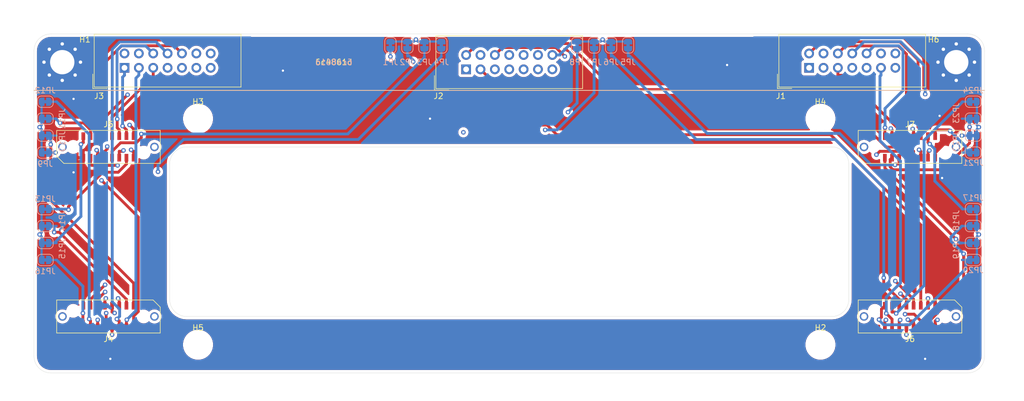
<source format=kicad_pcb>
(kicad_pcb (version 20171130) (host pcbnew 5.1.5)
  (layers (0 F.Cu signal) (1 In1.Cu signal) (2 In2.Cu signal) (31 B.Cu signal) (34 B.Paste user) (35 F.Paste user) (36 B.SilkS user) (37 F.SilkS user) (38 B.Mask user) (39 F.Mask user) (44 Edge.Cuts user))
  (net 0 "")
  (net 1 GND)
  (net 2 /AFL)
  (net 3 /ASL)
  (net 4 /BSL)
  (net 5 /BFL)
  (net 6 /CFL)
  (net 7 /CSL)
  (net 8 /A1F)
  (net 9 /A1S)
  (net 10 /A2F)
  (net 11 /A2S)
  (net 12 /A3F)
  (net 13 /A3S)
  (net 14 /A4F)
  (net 15 /A4S)
  (net 16 /A5F)
  (net 17 /A5S)
  (net 18 /A6F)
  (net 19 /A6S)
  (net 20 /B6S)
  (net 21 /B6F)
  (net 22 /B5S)
  (net 23 /B5F)
  (net 24 /B4S)
  (net 25 /B4F)
  (net 26 /B3S)
  (net 27 /B3F)
  (net 28 /B2S)
  (net 29 /B2F)
  (net 30 /B1S)
  (net 31 /B1F)
  (net 32 /C1F)
  (net 33 /C1S)
  (net 34 /C2F)
  (net 35 /C2S)
  (net 36 /C3F)
  (net 37 /C3S)
  (net 38 /C4F)
  (net 39 /C4S)
  (net 40 /C5F)
  (net 41 /C5S)
  (net 42 /C6F)
  (net 43 /C6S)
  (net 44 /CFL2)
  (net 45 /CSL2)
  (net 46 /BSL4)
  (net 47 /BFL4)
  (net 48 /CFL4)
  (net 49 /CSL4)
  (net 50 /CSL3)
  (net 51 /CFL3)
  (net 52 /BFL3)
  (net 53 /BSL3)
  (net 54 /CSL1)
  (net 55 /CFL1)
  (net 56 /AFL4)
  (net 57 /ASL4)
  (net 58 /BSL2)
  (net 59 /BFL2)
  (net 60 /AFL2)
  (net 61 /ASL2)
  (net 62 /ASL1)
  (net 63 /AFL1)
  (net 64 /BFL1)
  (net 65 /BSL1)
  (net 66 /ASL3)
  (net 67 /AFL3)
  (module custom:Samtec_MECF-08-01-NP-L-DV-WT_2x08_P1.27mm_Socket_Horizontal_mod (layer F.Cu) (at 70.83 -15)
    (fp_text reference J7 (at 0 -4) (layer F.SilkS))
    (fp_text value Conn_02x08_Odd_Even)
    (pad 1 smd rect (at -4.445 1.905) (size 0.66 1.35) (layers F.Cu F.Paste F.Mask) (net 67 /AFL3))
    (pad 2 smd rect (at -4.445 -1.905) (size 0.66 1.35) (layers F.Cu F.Paste F.Mask) (net 17 /A5S))
    (pad 3 smd rect (at -3.175 1.905) (size 0.66 1.35) (layers F.Cu F.Paste F.Mask) (net 66 /ASL3))
    (pad 4 smd rect (at -3.175 -1.905) (size 0.66 1.35) (layers F.Cu F.Paste F.Mask) (net 16 /A5F))
    (pad 5 smd rect (at -1.905 1.905) (size 0.66 1.35) (layers F.Cu F.Paste F.Mask) (net 65 /BSL1))
    (pad 6 smd rect (at -1.905 -1.905) (size 0.66 1.35) (layers F.Cu F.Paste F.Mask) (net 12 /A3F))
    (pad 7 smd rect (at -0.635 1.905) (size 0.66 1.35) (layers F.Cu F.Paste F.Mask) (net 64 /BFL1))
    (pad 8 smd rect (at -0.635 -1.905) (size 0.66 1.35) (layers F.Cu F.Paste F.Mask) (net 13 /A3S))
    (pad 9 smd rect (at 0.635 1.905) (size 0.66 1.35) (layers F.Cu F.Paste F.Mask) (net 30 /B1S))
    (pad 10 smd rect (at 0.635 -1.905) (size 0.66 1.35) (layers F.Cu F.Paste F.Mask) (net 8 /A1F))
    (pad 11 smd rect (at 1.905 1.905) (size 0.66 1.35) (layers F.Cu F.Paste F.Mask) (net 31 /B1F))
    (pad 12 smd rect (at 1.905 -1.905) (size 0.66 1.35) (layers F.Cu F.Paste F.Mask) (net 9 /A1S))
    (pad 13 smd rect (at 3.175 1.905) (size 0.66 1.35) (layers F.Cu F.Paste F.Mask) (net 26 /B3S))
    (pad 14 smd rect (at 3.175 -1.905) (size 0.66 1.35) (layers F.Cu F.Paste F.Mask) (net 63 /AFL1))
    (pad 15 smd rect (at 4.445 1.905) (size 0.66 1.35) (layers F.Cu F.Paste F.Mask) (net 1 GND))
    (pad 16 smd rect (at 4.445 -1.905) (size 0.66 1.35) (layers F.Cu F.Paste F.Mask) (net 62 /ASL1))
    (pad "" np_thru_hole circle (at -6.225 0) (size 1.45 1.45) (drill 1.45) (layers *.Cu *.Mask))
    (pad "" np_thru_hole circle (at 6.225 1) (size 1.45 1.45) (drill 1.45) (layers *.Cu *.Mask))
    (pad "" thru_hole circle (at -8.13 0) (size 1.5 1.5) (drill 1) (layers *.Cu *.Mask))
    (pad "" thru_hole circle (at 8.13 0) (size 1.5 1.5) (drill 1) (layers *.Cu *.Mask))
  )
  (module custom:Samtec_MECF-08-01-NP-L-DV-WT_2x08_P1.27mm_Socket_Horizontal_mod (layer F.Cu) (at -70.83 15 180)
    (fp_text reference J4 (at 0 -4) (layer F.SilkS))
    (fp_text value Conn_02x08_Odd_Even)
    (pad "" thru_hole circle (at 8.13 0 180) (size 1.5 1.5) (drill 1) (layers *.Cu *.Mask))
    (pad "" thru_hole circle (at -8.13 0 180) (size 1.5 1.5) (drill 1) (layers *.Cu *.Mask))
    (pad "" np_thru_hole circle (at 6.225 1 180) (size 1.45 1.45) (drill 1.45) (layers *.Cu *.Mask))
    (pad "" np_thru_hole circle (at -6.225 0 180) (size 1.45 1.45) (drill 1.45) (layers *.Cu *.Mask))
    (pad 16 smd rect (at 4.445 -1.905 180) (size 0.66 1.35) (layers F.Cu F.Paste F.Mask) (net 49 /CSL4))
    (pad 15 smd rect (at 4.445 1.905 180) (size 0.66 1.35) (layers F.Cu F.Paste F.Mask) (net 1 GND))
    (pad 14 smd rect (at 3.175 -1.905 180) (size 0.66 1.35) (layers F.Cu F.Paste F.Mask) (net 48 /CFL4))
    (pad 13 smd rect (at 3.175 1.905 180) (size 0.66 1.35) (layers F.Cu F.Paste F.Mask) (net 25 /B4F))
    (pad 12 smd rect (at 1.905 -1.905 180) (size 0.66 1.35) (layers F.Cu F.Paste F.Mask) (net 43 /C6S))
    (pad 11 smd rect (at 1.905 1.905 180) (size 0.66 1.35) (layers F.Cu F.Paste F.Mask) (net 21 /B6F))
    (pad 10 smd rect (at 0.635 -1.905 180) (size 0.66 1.35) (layers F.Cu F.Paste F.Mask) (net 42 /C6F))
    (pad 9 smd rect (at 0.635 1.905 180) (size 0.66 1.35) (layers F.Cu F.Paste F.Mask) (net 20 /B6S))
    (pad 8 smd rect (at -0.635 -1.905 180) (size 0.66 1.35) (layers F.Cu F.Paste F.Mask) (net 38 /C4F))
    (pad 7 smd rect (at -0.635 1.905 180) (size 0.66 1.35) (layers F.Cu F.Paste F.Mask) (net 47 /BFL4))
    (pad 6 smd rect (at -1.905 -1.905 180) (size 0.66 1.35) (layers F.Cu F.Paste F.Mask) (net 39 /C4S))
    (pad 5 smd rect (at -1.905 1.905 180) (size 0.66 1.35) (layers F.Cu F.Paste F.Mask) (net 46 /BSL4))
    (pad 4 smd rect (at -3.175 -1.905 180) (size 0.66 1.35) (layers F.Cu F.Paste F.Mask) (net 34 /C2F))
    (pad 3 smd rect (at -3.175 1.905 180) (size 0.66 1.35) (layers F.Cu F.Paste F.Mask) (net 45 /CSL2))
    (pad 2 smd rect (at -4.445 -1.905 180) (size 0.66 1.35) (layers F.Cu F.Paste F.Mask) (net 35 /C2S))
    (pad 1 smd rect (at -4.445 1.905 180) (size 0.66 1.35) (layers F.Cu F.Paste F.Mask) (net 44 /CFL2))
  )
  (module Connector_IDC:IDC-Header_2x07_P2.54mm_Vertical (layer F.Cu) (at -7.62 -28.73 90)
    (fp_text reference J2 (at -4.73 -4.88 180) (layer F.SilkS))
    (fp_text value Conn_02x07_Odd_Even)
    (pad 1 thru_hole rect (at 0 0 90) (size 1.7272 1.7272) (drill 1.016) (layers *.Cu *.Mask) (net 31 /B1F))
    (pad 2 thru_hole oval (at 2.54 0 90) (size 1.7272 1.7272) (drill 1.016) (layers *.Cu *.Mask) (net 30 /B1S))
    (pad 3 thru_hole oval (at 0 2.54 90) (size 1.7272 1.7272) (drill 1.016) (layers *.Cu *.Mask) (net 29 /B2F))
    (pad 4 thru_hole oval (at 2.54 2.54 90) (size 1.7272 1.7272) (drill 1.016) (layers *.Cu *.Mask) (net 28 /B2S))
    (pad 5 thru_hole oval (at 0 5.08 90) (size 1.7272 1.7272) (drill 1.016) (layers *.Cu *.Mask) (net 27 /B3F))
    (pad 6 thru_hole oval (at 2.54 5.08 90) (size 1.7272 1.7272) (drill 1.016) (layers *.Cu *.Mask) (net 26 /B3S))
    (pad 7 thru_hole oval (at 0 7.62 90) (size 1.7272 1.7272) (drill 1.016) (layers *.Cu *.Mask) (net 25 /B4F))
    (pad 8 thru_hole oval (at 2.54 7.62 90) (size 1.7272 1.7272) (drill 1.016) (layers *.Cu *.Mask) (net 24 /B4S))
    (pad 9 thru_hole oval (at 0 10.16 90) (size 1.7272 1.7272) (drill 1.016) (layers *.Cu *.Mask) (net 23 /B5F))
    (pad 10 thru_hole oval (at 2.54 10.16 90) (size 1.7272 1.7272) (drill 1.016) (layers *.Cu *.Mask) (net 22 /B5S))
    (pad 11 thru_hole oval (at 0 12.7 90) (size 1.7272 1.7272) (drill 1.016) (layers *.Cu *.Mask) (net 21 /B6F))
    (pad 12 thru_hole oval (at 2.54 12.7 90) (size 1.7272 1.7272) (drill 1.016) (layers *.Cu *.Mask) (net 20 /B6S))
    (pad 13 thru_hole oval (at 0 15.24 90) (size 1.7272 1.7272) (drill 1.016) (layers *.Cu *.Mask) (net 5 /BFL))
    (pad 14 thru_hole oval (at 2.54 15.24 90) (size 1.7272 1.7272) (drill 1.016) (layers *.Cu *.Mask) (net 4 /BSL))
  )
  (module Connector_IDC:IDC-Header_2x07_P2.54mm_Vertical (layer F.Cu) (at -68 -29 90)
    (fp_text reference J3 (at -5 -4.5 180) (layer F.SilkS))
    (fp_text value Conn_02x07_Odd_Even)
    (pad 14 thru_hole oval (at 2.54 15.24 90) (size 1.7272 1.7272) (drill 1.016) (layers *.Cu *.Mask) (net 7 /CSL))
    (pad 13 thru_hole oval (at 0 15.24 90) (size 1.7272 1.7272) (drill 1.016) (layers *.Cu *.Mask) (net 6 /CFL))
    (pad 12 thru_hole oval (at 2.54 12.7 90) (size 1.7272 1.7272) (drill 1.016) (layers *.Cu *.Mask) (net 43 /C6S))
    (pad 11 thru_hole oval (at 0 12.7 90) (size 1.7272 1.7272) (drill 1.016) (layers *.Cu *.Mask) (net 42 /C6F))
    (pad 10 thru_hole oval (at 2.54 10.16 90) (size 1.7272 1.7272) (drill 1.016) (layers *.Cu *.Mask) (net 41 /C5S))
    (pad 9 thru_hole oval (at 0 10.16 90) (size 1.7272 1.7272) (drill 1.016) (layers *.Cu *.Mask) (net 40 /C5F))
    (pad 8 thru_hole oval (at 2.54 7.62 90) (size 1.7272 1.7272) (drill 1.016) (layers *.Cu *.Mask) (net 39 /C4S))
    (pad 7 thru_hole oval (at 0 7.62 90) (size 1.7272 1.7272) (drill 1.016) (layers *.Cu *.Mask) (net 38 /C4F))
    (pad 6 thru_hole oval (at 2.54 5.08 90) (size 1.7272 1.7272) (drill 1.016) (layers *.Cu *.Mask) (net 37 /C3S))
    (pad 5 thru_hole oval (at 0 5.08 90) (size 1.7272 1.7272) (drill 1.016) (layers *.Cu *.Mask) (net 36 /C3F))
    (pad 4 thru_hole oval (at 2.54 2.54 90) (size 1.7272 1.7272) (drill 1.016) (layers *.Cu *.Mask) (net 35 /C2S))
    (pad 3 thru_hole oval (at 0 2.54 90) (size 1.7272 1.7272) (drill 1.016) (layers *.Cu *.Mask) (net 34 /C2F))
    (pad 2 thru_hole oval (at 2.54 0 90) (size 1.7272 1.7272) (drill 1.016) (layers *.Cu *.Mask) (net 33 /C1S))
    (pad 1 thru_hole rect (at 0 0 90) (size 1.7272 1.7272) (drill 1.016) (layers *.Cu *.Mask) (net 32 /C1F))
  )
  (module Connector_IDC:IDC-Header_2x07_P2.54mm_Vertical (layer F.Cu) (at 53 -29 90)
    (fp_text reference J1 (at -5 -5 180) (layer F.SilkS))
    (fp_text value Conn_02x07_Odd_Even)
    (pad 14 thru_hole oval (at 2.54 15.24 90) (size 1.7272 1.7272) (drill 1.016) (layers *.Cu *.Mask) (net 3 /ASL))
    (pad 13 thru_hole oval (at 0 15.24 90) (size 1.7272 1.7272) (drill 1.016) (layers *.Cu *.Mask) (net 2 /AFL))
    (pad 12 thru_hole oval (at 2.54 12.7 90) (size 1.7272 1.7272) (drill 1.016) (layers *.Cu *.Mask) (net 19 /A6S))
    (pad 11 thru_hole oval (at 0 12.7 90) (size 1.7272 1.7272) (drill 1.016) (layers *.Cu *.Mask) (net 18 /A6F))
    (pad 10 thru_hole oval (at 2.54 10.16 90) (size 1.7272 1.7272) (drill 1.016) (layers *.Cu *.Mask) (net 17 /A5S))
    (pad 9 thru_hole oval (at 0 10.16 90) (size 1.7272 1.7272) (drill 1.016) (layers *.Cu *.Mask) (net 16 /A5F))
    (pad 8 thru_hole oval (at 2.54 7.62 90) (size 1.7272 1.7272) (drill 1.016) (layers *.Cu *.Mask) (net 15 /A4S))
    (pad 7 thru_hole oval (at 0 7.62 90) (size 1.7272 1.7272) (drill 1.016) (layers *.Cu *.Mask) (net 14 /A4F))
    (pad 6 thru_hole oval (at 2.54 5.08 90) (size 1.7272 1.7272) (drill 1.016) (layers *.Cu *.Mask) (net 13 /A3S))
    (pad 5 thru_hole oval (at 0 5.08 90) (size 1.7272 1.7272) (drill 1.016) (layers *.Cu *.Mask) (net 12 /A3F))
    (pad 4 thru_hole oval (at 2.54 2.54 90) (size 1.7272 1.7272) (drill 1.016) (layers *.Cu *.Mask) (net 11 /A2S))
    (pad 3 thru_hole oval (at 0 2.54 90) (size 1.7272 1.7272) (drill 1.016) (layers *.Cu *.Mask) (net 10 /A2F))
    (pad 2 thru_hole oval (at 2.54 0 90) (size 1.7272 1.7272) (drill 1.016) (layers *.Cu *.Mask) (net 9 /A1S))
    (pad 1 thru_hole rect (at 0 0 90) (size 1.7272 1.7272) (drill 1.016) (layers *.Cu *.Mask) (net 8 /A1F))
  )
  (module MountingHole:MountingHole_4.3mm_M4_Pad_Via (layer F.Cu) (at -79 -30)
    (fp_text reference H1 (at 4 -4) (layer F.SilkS))
    (fp_text value MountingHole_Pad)
    (pad 1 thru_hole circle (at 0 0) (size 8.6 8.6) (drill 4.3) (layers *.Cu *.Mask) (net 1 GND))
    (pad 1 thru_hole circle (at 3.225 0) (size 0.9 0.9) (drill 0.6) (layers *.Cu *.Mask) (net 1 GND))
    (pad 1 thru_hole circle (at 2.280419 2.280419) (size 0.9 0.9) (drill 0.6) (layers *.Cu *.Mask) (net 1 GND))
    (pad 1 thru_hole circle (at 0 3.225) (size 0.9 0.9) (drill 0.6) (layers *.Cu *.Mask) (net 1 GND))
    (pad 1 thru_hole circle (at -2.280419 2.280419) (size 0.9 0.9) (drill 0.6) (layers *.Cu *.Mask) (net 1 GND))
    (pad 1 thru_hole circle (at -3.225 0) (size 0.9 0.9) (drill 0.6) (layers *.Cu *.Mask) (net 1 GND))
    (pad 1 thru_hole circle (at -2.280419 -2.280419) (size 0.9 0.9) (drill 0.6) (layers *.Cu *.Mask) (net 1 GND))
    (pad 1 thru_hole circle (at 0 -3.225) (size 0.9 0.9) (drill 0.6) (layers *.Cu *.Mask) (net 1 GND))
    (pad 1 thru_hole circle (at 2.280419 -2.280419) (size 0.9 0.9) (drill 0.6) (layers *.Cu *.Mask) (net 1 GND))
  )
  (module MountingHole:MountingHole_4.3mm_M4 (layer F.Cu) (at 55 20)
    (fp_text reference H2 (at 0 -3) (layer F.SilkS))
    (fp_text value MountingHole)
    (pad 1 np_thru_hole circle (at 0 0) (size 4.3 4.3) (drill 4.3) (layers *.Cu *.Mask))
  )
  (module MountingHole:MountingHole_4.3mm_M4 (layer F.Cu) (at -55 -20)
    (fp_text reference H3 (at 0 -3) (layer F.SilkS))
    (fp_text value MountingHole)
    (pad 1 np_thru_hole circle (at 0 0) (size 4.3 4.3) (drill 4.3) (layers *.Cu *.Mask))
  )
  (module MountingHole:MountingHole_4.3mm_M4 (layer F.Cu) (at 55 -20)
    (fp_text reference H4 (at 0 -3) (layer F.SilkS))
    (fp_text value MountingHole)
    (pad 1 np_thru_hole circle (at 0 0) (size 4.3 4.3) (drill 4.3) (layers *.Cu *.Mask))
  )
  (module MountingHole:MountingHole_4.3mm_M4 (layer F.Cu) (at -55 20)
    (fp_text reference H5 (at 0 -3) (layer F.SilkS))
    (fp_text value MountingHole)
    (pad 1 np_thru_hole circle (at 0 0) (size 4.3 4.3) (drill 4.3) (layers *.Cu *.Mask))
  )
  (module MountingHole:MountingHole_4.3mm_M4_Pad_Via (layer F.Cu) (at 79 -30)
    (fp_text reference H6 (at -4 -4) (layer F.SilkS))
    (fp_text value MountingHole_Pad)
    (pad 1 thru_hole circle (at 2.280419 -2.280419) (size 0.9 0.9) (drill 0.6) (layers *.Cu *.Mask) (net 1 GND))
    (pad 1 thru_hole circle (at 0 -3.225) (size 0.9 0.9) (drill 0.6) (layers *.Cu *.Mask) (net 1 GND))
    (pad 1 thru_hole circle (at -2.280419 -2.280419) (size 0.9 0.9) (drill 0.6) (layers *.Cu *.Mask) (net 1 GND))
    (pad 1 thru_hole circle (at -3.225 0) (size 0.9 0.9) (drill 0.6) (layers *.Cu *.Mask) (net 1 GND))
    (pad 1 thru_hole circle (at -2.280419 2.280419) (size 0.9 0.9) (drill 0.6) (layers *.Cu *.Mask) (net 1 GND))
    (pad 1 thru_hole circle (at 0 3.225) (size 0.9 0.9) (drill 0.6) (layers *.Cu *.Mask) (net 1 GND))
    (pad 1 thru_hole circle (at 2.280419 2.280419) (size 0.9 0.9) (drill 0.6) (layers *.Cu *.Mask) (net 1 GND))
    (pad 1 thru_hole circle (at 3.225 0) (size 0.9 0.9) (drill 0.6) (layers *.Cu *.Mask) (net 1 GND))
    (pad 1 thru_hole circle (at 0 0) (size 8.6 8.6) (drill 4.3) (layers *.Cu *.Mask) (net 1 GND))
  )
  (module Jumper:SolderJumper-2_P1.3mm_Bridged_RoundedPad1.0x1.5mm (layer B.Cu) (at -21 -33 90)
    (fp_text reference JP1 (at -3 0) (layer B.SilkS) (effects (justify mirror)))
    (fp_text value Jumper_NC_Small)
    (fp_poly (pts (xy 0.25 0.3) (xy -0.25 0.3) (xy -0.25 -0.3) (xy 0.25 -0.3)) (layer B.Cu) (width 0))
    (pad 1 smd custom (at -0.65 0 90) (size 1 0.5) (layers B.Cu B.Mask) (net 64 /BFL1) (options (clearance outline) (anchor rect)) (primitives (gr_circle (center 0 -0.25) (end 0.5 -0.25) (width 0)) (gr_circle (center 0 0.25) (end 0.5 0.25) (width 0)) (gr_poly (pts (xy 0 0.75) (xy 0.5 0.75) (xy 0.5 -0.75) (xy 0 -0.75)) (width 0))))
    (pad 2 smd custom (at 0.65 0 90) (size 1 0.5) (layers B.Cu B.Mask) (net 5 /BFL) (options (clearance outline) (anchor rect)) (primitives (gr_circle (center 0 -0.25) (end 0.5 -0.25) (width 0)) (gr_circle (center 0 0.25) (end 0.5 0.25) (width 0)) (gr_poly (pts (xy 0 0.75) (xy -0.5 0.75) (xy -0.5 -0.75) (xy 0 -0.75)) (width 0))))
  )
  (module Jumper:SolderJumper-2_P1.3mm_Bridged_RoundedPad1.0x1.5mm (layer B.Cu) (at -18 -33 90)
    (fp_text reference JP2 (at -3 0) (layer B.SilkS) (effects (justify mirror)))
    (fp_text value Jumper_NC_Small)
    (fp_poly (pts (xy 0.25 0.3) (xy -0.25 0.3) (xy -0.25 -0.3) (xy 0.25 -0.3)) (layer B.Cu) (width 0))
    (pad 1 smd custom (at -0.65 0 90) (size 1 0.5) (layers B.Cu B.Mask) (net 59 /BFL2) (options (clearance outline) (anchor rect)) (primitives (gr_circle (center 0 -0.25) (end 0.5 -0.25) (width 0)) (gr_circle (center 0 0.25) (end 0.5 0.25) (width 0)) (gr_poly (pts (xy 0 0.75) (xy 0.5 0.75) (xy 0.5 -0.75) (xy 0 -0.75)) (width 0))))
    (pad 2 smd custom (at 0.65 0 90) (size 1 0.5) (layers B.Cu B.Mask) (net 5 /BFL) (options (clearance outline) (anchor rect)) (primitives (gr_circle (center 0 -0.25) (end 0.5 -0.25) (width 0)) (gr_circle (center 0 0.25) (end 0.5 0.25) (width 0)) (gr_poly (pts (xy 0 0.75) (xy -0.5 0.75) (xy -0.5 -0.75) (xy 0 -0.75)) (width 0))))
  )
  (module Jumper:SolderJumper-2_P1.3mm_Bridged_RoundedPad1.0x1.5mm (layer B.Cu) (at -15 -33 90)
    (fp_text reference JP3 (at -3 0) (layer B.SilkS) (effects (justify mirror)))
    (fp_text value Jumper_NC_Small)
    (fp_poly (pts (xy 0.25 0.3) (xy -0.25 0.3) (xy -0.25 -0.3) (xy 0.25 -0.3)) (layer B.Cu) (width 0))
    (pad 2 smd custom (at 0.65 0 90) (size 1 0.5) (layers B.Cu B.Mask) (net 5 /BFL) (options (clearance outline) (anchor rect)) (primitives (gr_circle (center 0 -0.25) (end 0.5 -0.25) (width 0)) (gr_circle (center 0 0.25) (end 0.5 0.25) (width 0)) (gr_poly (pts (xy 0 0.75) (xy -0.5 0.75) (xy -0.5 -0.75) (xy 0 -0.75)) (width 0))))
    (pad 1 smd custom (at -0.65 0 90) (size 1 0.5) (layers B.Cu B.Mask) (net 52 /BFL3) (options (clearance outline) (anchor rect)) (primitives (gr_circle (center 0 -0.25) (end 0.5 -0.25) (width 0)) (gr_circle (center 0 0.25) (end 0.5 0.25) (width 0)) (gr_poly (pts (xy 0 0.75) (xy 0.5 0.75) (xy 0.5 -0.75) (xy 0 -0.75)) (width 0))))
  )
  (module Jumper:SolderJumper-2_P1.3mm_Bridged_RoundedPad1.0x1.5mm (layer B.Cu) (at -12 -33 90)
    (fp_text reference JP4 (at -3 0) (layer B.SilkS) (effects (justify mirror)))
    (fp_text value Jumper_NC_Small)
    (fp_poly (pts (xy 0.25 0.3) (xy -0.25 0.3) (xy -0.25 -0.3) (xy 0.25 -0.3)) (layer B.Cu) (width 0))
    (pad 1 smd custom (at -0.65 0 90) (size 1 0.5) (layers B.Cu B.Mask) (net 47 /BFL4) (options (clearance outline) (anchor rect)) (primitives (gr_circle (center 0 -0.25) (end 0.5 -0.25) (width 0)) (gr_circle (center 0 0.25) (end 0.5 0.25) (width 0)) (gr_poly (pts (xy 0 0.75) (xy 0.5 0.75) (xy 0.5 -0.75) (xy 0 -0.75)) (width 0))))
    (pad 2 smd custom (at 0.65 0 90) (size 1 0.5) (layers B.Cu B.Mask) (net 5 /BFL) (options (clearance outline) (anchor rect)) (primitives (gr_circle (center 0 -0.25) (end 0.5 -0.25) (width 0)) (gr_circle (center 0 0.25) (end 0.5 0.25) (width 0)) (gr_poly (pts (xy 0 0.75) (xy -0.5 0.75) (xy -0.5 -0.75) (xy 0 -0.75)) (width 0))))
  )
  (module Jumper:SolderJumper-2_P1.3mm_Bridged_RoundedPad1.0x1.5mm (layer B.Cu) (at 21 -33 90)
    (fp_text reference JP5 (at -3 0 180) (layer B.SilkS) (effects (justify mirror)))
    (fp_text value Jumper_NC_Small)
    (fp_poly (pts (xy 0.25 0.3) (xy -0.25 0.3) (xy -0.25 -0.3) (xy 0.25 -0.3)) (layer B.Cu) (width 0))
    (pad 1 smd custom (at -0.65 0 90) (size 1 0.5) (layers B.Cu B.Mask) (net 65 /BSL1) (options (clearance outline) (anchor rect)) (primitives (gr_circle (center 0 -0.25) (end 0.5 -0.25) (width 0)) (gr_circle (center 0 0.25) (end 0.5 0.25) (width 0)) (gr_poly (pts (xy 0 0.75) (xy 0.5 0.75) (xy 0.5 -0.75) (xy 0 -0.75)) (width 0))))
    (pad 2 smd custom (at 0.65 0 90) (size 1 0.5) (layers B.Cu B.Mask) (net 4 /BSL) (options (clearance outline) (anchor rect)) (primitives (gr_circle (center 0 -0.25) (end 0.5 -0.25) (width 0)) (gr_circle (center 0 0.25) (end 0.5 0.25) (width 0)) (gr_poly (pts (xy 0 0.75) (xy -0.5 0.75) (xy -0.5 -0.75) (xy 0 -0.75)) (width 0))))
  )
  (module Jumper:SolderJumper-2_P1.3mm_Bridged_RoundedPad1.0x1.5mm (layer B.Cu) (at 18 -33 90)
    (fp_text reference JP6 (at -3 0 180) (layer B.SilkS) (effects (justify mirror)))
    (fp_text value Jumper_NC_Small)
    (fp_poly (pts (xy 0.25 0.3) (xy -0.25 0.3) (xy -0.25 -0.3) (xy 0.25 -0.3)) (layer B.Cu) (width 0))
    (pad 2 smd custom (at 0.65 0 90) (size 1 0.5) (layers B.Cu B.Mask) (net 4 /BSL) (options (clearance outline) (anchor rect)) (primitives (gr_circle (center 0 -0.25) (end 0.5 -0.25) (width 0)) (gr_circle (center 0 0.25) (end 0.5 0.25) (width 0)) (gr_poly (pts (xy 0 0.75) (xy -0.5 0.75) (xy -0.5 -0.75) (xy 0 -0.75)) (width 0))))
    (pad 1 smd custom (at -0.65 0 90) (size 1 0.5) (layers B.Cu B.Mask) (net 58 /BSL2) (options (clearance outline) (anchor rect)) (primitives (gr_circle (center 0 -0.25) (end 0.5 -0.25) (width 0)) (gr_circle (center 0 0.25) (end 0.5 0.25) (width 0)) (gr_poly (pts (xy 0 0.75) (xy 0.5 0.75) (xy 0.5 -0.75) (xy 0 -0.75)) (width 0))))
  )
  (module Jumper:SolderJumper-2_P1.3mm_Bridged_RoundedPad1.0x1.5mm (layer B.Cu) (at 15 -33 90)
    (fp_text reference JP7 (at -3 0 180) (layer B.SilkS) (effects (justify mirror)))
    (fp_text value Jumper_NC_Small)
    (fp_poly (pts (xy 0.25 0.3) (xy -0.25 0.3) (xy -0.25 -0.3) (xy 0.25 -0.3)) (layer B.Cu) (width 0))
    (pad 2 smd custom (at 0.65 0 90) (size 1 0.5) (layers B.Cu B.Mask) (net 4 /BSL) (options (clearance outline) (anchor rect)) (primitives (gr_circle (center 0 -0.25) (end 0.5 -0.25) (width 0)) (gr_circle (center 0 0.25) (end 0.5 0.25) (width 0)) (gr_poly (pts (xy 0 0.75) (xy -0.5 0.75) (xy -0.5 -0.75) (xy 0 -0.75)) (width 0))))
    (pad 1 smd custom (at -0.65 0 90) (size 1 0.5) (layers B.Cu B.Mask) (net 53 /BSL3) (options (clearance outline) (anchor rect)) (primitives (gr_circle (center 0 -0.25) (end 0.5 -0.25) (width 0)) (gr_circle (center 0 0.25) (end 0.5 0.25) (width 0)) (gr_poly (pts (xy 0 0.75) (xy 0.5 0.75) (xy 0.5 -0.75) (xy 0 -0.75)) (width 0))))
  )
  (module Jumper:SolderJumper-2_P1.3mm_Bridged_RoundedPad1.0x1.5mm (layer B.Cu) (at 12 -33 90)
    (fp_text reference JP8 (at -3 0 180) (layer B.SilkS) (effects (justify mirror)))
    (fp_text value Jumper_NC_Small)
    (fp_poly (pts (xy 0.25 0.3) (xy -0.25 0.3) (xy -0.25 -0.3) (xy 0.25 -0.3)) (layer B.Cu) (width 0))
    (pad 2 smd custom (at 0.65 0 90) (size 1 0.5) (layers B.Cu B.Mask) (net 4 /BSL) (options (clearance outline) (anchor rect)) (primitives (gr_circle (center 0 -0.25) (end 0.5 -0.25) (width 0)) (gr_circle (center 0 0.25) (end 0.5 0.25) (width 0)) (gr_poly (pts (xy 0 0.75) (xy -0.5 0.75) (xy -0.5 -0.75) (xy 0 -0.75)) (width 0))))
    (pad 1 smd custom (at -0.65 0 90) (size 1 0.5) (layers B.Cu B.Mask) (net 46 /BSL4) (options (clearance outline) (anchor rect)) (primitives (gr_circle (center 0 -0.25) (end 0.5 -0.25) (width 0)) (gr_circle (center 0 0.25) (end 0.5 0.25) (width 0)) (gr_poly (pts (xy 0 0.75) (xy 0.5 0.75) (xy 0.5 -0.75) (xy 0 -0.75)) (width 0))))
  )
  (module Jumper:SolderJumper-2_P1.3mm_Bridged_RoundedPad1.0x1.5mm (layer B.Cu) (at -82 -14 180)
    (fp_text reference JP9 (at 0 -2 180) (layer B.SilkS) (effects (justify mirror)))
    (fp_text value Jumper_NC_Small)
    (fp_poly (pts (xy 0.25 0.3) (xy -0.25 0.3) (xy -0.25 -0.3) (xy 0.25 -0.3)) (layer B.Cu) (width 0))
    (pad 1 smd custom (at -0.65 0 180) (size 1 0.5) (layers B.Cu B.Mask) (net 55 /CFL1) (options (clearance outline) (anchor rect)) (primitives (gr_circle (center 0 -0.25) (end 0.5 -0.25) (width 0)) (gr_circle (center 0 0.25) (end 0.5 0.25) (width 0)) (gr_poly (pts (xy 0 0.75) (xy 0.5 0.75) (xy 0.5 -0.75) (xy 0 -0.75)) (width 0))))
    (pad 2 smd custom (at 0.65 0 180) (size 1 0.5) (layers B.Cu B.Mask) (net 6 /CFL) (options (clearance outline) (anchor rect)) (primitives (gr_circle (center 0 -0.25) (end 0.5 -0.25) (width 0)) (gr_circle (center 0 0.25) (end 0.5 0.25) (width 0)) (gr_poly (pts (xy 0 0.75) (xy -0.5 0.75) (xy -0.5 -0.75) (xy 0 -0.75)) (width 0))))
  )
  (module Jumper:SolderJumper-2_P1.3mm_Bridged_RoundedPad1.0x1.5mm (layer B.Cu) (at -82 -17 180)
    (fp_text reference JP10 (at -3 -1 90) (layer B.SilkS) (effects (justify mirror)))
    (fp_text value Jumper_NC_Small)
    (fp_poly (pts (xy 0.25 0.3) (xy -0.25 0.3) (xy -0.25 -0.3) (xy 0.25 -0.3)) (layer B.Cu) (width 0))
    (pad 2 smd custom (at 0.65 0 180) (size 1 0.5) (layers B.Cu B.Mask) (net 6 /CFL) (options (clearance outline) (anchor rect)) (primitives (gr_circle (center 0 -0.25) (end 0.5 -0.25) (width 0)) (gr_circle (center 0 0.25) (end 0.5 0.25) (width 0)) (gr_poly (pts (xy 0 0.75) (xy -0.5 0.75) (xy -0.5 -0.75) (xy 0 -0.75)) (width 0))))
    (pad 1 smd custom (at -0.65 0 180) (size 1 0.5) (layers B.Cu B.Mask) (net 44 /CFL2) (options (clearance outline) (anchor rect)) (primitives (gr_circle (center 0 -0.25) (end 0.5 -0.25) (width 0)) (gr_circle (center 0 0.25) (end 0.5 0.25) (width 0)) (gr_poly (pts (xy 0 0.75) (xy 0.5 0.75) (xy 0.5 -0.75) (xy 0 -0.75)) (width 0))))
  )
  (module Jumper:SolderJumper-2_P1.3mm_Bridged_RoundedPad1.0x1.5mm (layer B.Cu) (at -82 -20 180)
    (fp_text reference JP11 (at -3 0 90) (layer B.SilkS) (effects (justify mirror)))
    (fp_text value Jumper_NC_Small)
    (fp_poly (pts (xy 0.25 0.3) (xy -0.25 0.3) (xy -0.25 -0.3) (xy 0.25 -0.3)) (layer B.Cu) (width 0))
    (pad 1 smd custom (at -0.65 0 180) (size 1 0.5) (layers B.Cu B.Mask) (net 51 /CFL3) (options (clearance outline) (anchor rect)) (primitives (gr_circle (center 0 -0.25) (end 0.5 -0.25) (width 0)) (gr_circle (center 0 0.25) (end 0.5 0.25) (width 0)) (gr_poly (pts (xy 0 0.75) (xy 0.5 0.75) (xy 0.5 -0.75) (xy 0 -0.75)) (width 0))))
    (pad 2 smd custom (at 0.65 0 180) (size 1 0.5) (layers B.Cu B.Mask) (net 6 /CFL) (options (clearance outline) (anchor rect)) (primitives (gr_circle (center 0 -0.25) (end 0.5 -0.25) (width 0)) (gr_circle (center 0 0.25) (end 0.5 0.25) (width 0)) (gr_poly (pts (xy 0 0.75) (xy -0.5 0.75) (xy -0.5 -0.75) (xy 0 -0.75)) (width 0))))
  )
  (module Jumper:SolderJumper-2_P1.3mm_Bridged_RoundedPad1.0x1.5mm (layer B.Cu) (at -82 -23 180)
    (fp_text reference JP12 (at 0 2) (layer B.SilkS) (effects (justify mirror)))
    (fp_text value Jumper_NC_Small)
    (fp_poly (pts (xy 0.25 0.3) (xy -0.25 0.3) (xy -0.25 -0.3) (xy 0.25 -0.3)) (layer B.Cu) (width 0))
    (pad 2 smd custom (at 0.65 0 180) (size 1 0.5) (layers B.Cu B.Mask) (net 6 /CFL) (options (clearance outline) (anchor rect)) (primitives (gr_circle (center 0 -0.25) (end 0.5 -0.25) (width 0)) (gr_circle (center 0 0.25) (end 0.5 0.25) (width 0)) (gr_poly (pts (xy 0 0.75) (xy -0.5 0.75) (xy -0.5 -0.75) (xy 0 -0.75)) (width 0))))
    (pad 1 smd custom (at -0.65 0 180) (size 1 0.5) (layers B.Cu B.Mask) (net 48 /CFL4) (options (clearance outline) (anchor rect)) (primitives (gr_circle (center 0 -0.25) (end 0.5 -0.25) (width 0)) (gr_circle (center 0 0.25) (end 0.5 0.25) (width 0)) (gr_poly (pts (xy 0 0.75) (xy 0.5 0.75) (xy 0.5 -0.75) (xy 0 -0.75)) (width 0))))
  )
  (module Jumper:SolderJumper-2_P1.3mm_Bridged_RoundedPad1.0x1.5mm (layer B.Cu) (at -82 -4 180)
    (fp_text reference JP13 (at 0 1.8 180) (layer B.SilkS) (effects (justify mirror)))
    (fp_text value Jumper_NC_Small)
    (fp_poly (pts (xy 0.25 0.3) (xy -0.25 0.3) (xy -0.25 -0.3) (xy 0.25 -0.3)) (layer B.Cu) (width 0))
    (pad 1 smd custom (at -0.65 0 180) (size 1 0.5) (layers B.Cu B.Mask) (net 54 /CSL1) (options (clearance outline) (anchor rect)) (primitives (gr_circle (center 0 -0.25) (end 0.5 -0.25) (width 0)) (gr_circle (center 0 0.25) (end 0.5 0.25) (width 0)) (gr_poly (pts (xy 0 0.75) (xy 0.5 0.75) (xy 0.5 -0.75) (xy 0 -0.75)) (width 0))))
    (pad 2 smd custom (at 0.65 0 180) (size 1 0.5) (layers B.Cu B.Mask) (net 7 /CSL) (options (clearance outline) (anchor rect)) (primitives (gr_circle (center 0 -0.25) (end 0.5 -0.25) (width 0)) (gr_circle (center 0 0.25) (end 0.5 0.25) (width 0)) (gr_poly (pts (xy 0 0.75) (xy -0.5 0.75) (xy -0.5 -0.75) (xy 0 -0.75)) (width 0))))
  )
  (module Jumper:SolderJumper-2_P1.3mm_Bridged_RoundedPad1.0x1.5mm (layer B.Cu) (at -82 -1 180)
    (fp_text reference JP14 (at -3 1 90) (layer B.SilkS) (effects (justify mirror)))
    (fp_text value Jumper_NC_Small)
    (fp_poly (pts (xy 0.25 0.3) (xy -0.25 0.3) (xy -0.25 -0.3) (xy 0.25 -0.3)) (layer B.Cu) (width 0))
    (pad 2 smd custom (at 0.65 0 180) (size 1 0.5) (layers B.Cu B.Mask) (net 7 /CSL) (options (clearance outline) (anchor rect)) (primitives (gr_circle (center 0 -0.25) (end 0.5 -0.25) (width 0)) (gr_circle (center 0 0.25) (end 0.5 0.25) (width 0)) (gr_poly (pts (xy 0 0.75) (xy -0.5 0.75) (xy -0.5 -0.75) (xy 0 -0.75)) (width 0))))
    (pad 1 smd custom (at -0.65 0 180) (size 1 0.5) (layers B.Cu B.Mask) (net 45 /CSL2) (options (clearance outline) (anchor rect)) (primitives (gr_circle (center 0 -0.25) (end 0.5 -0.25) (width 0)) (gr_circle (center 0 0.25) (end 0.5 0.25) (width 0)) (gr_poly (pts (xy 0 0.75) (xy 0.5 0.75) (xy 0.5 -0.75) (xy 0 -0.75)) (width 0))))
  )
  (module Jumper:SolderJumper-2_P1.3mm_Bridged_RoundedPad1.0x1.5mm (layer B.Cu) (at -82 2 180)
    (fp_text reference JP15 (at -3 -1 90) (layer B.SilkS) (effects (justify mirror)))
    (fp_text value Jumper_NC_Small)
    (fp_poly (pts (xy 0.25 0.3) (xy -0.25 0.3) (xy -0.25 -0.3) (xy 0.25 -0.3)) (layer B.Cu) (width 0))
    (pad 1 smd custom (at -0.65 0 180) (size 1 0.5) (layers B.Cu B.Mask) (net 50 /CSL3) (options (clearance outline) (anchor rect)) (primitives (gr_circle (center 0 -0.25) (end 0.5 -0.25) (width 0)) (gr_circle (center 0 0.25) (end 0.5 0.25) (width 0)) (gr_poly (pts (xy 0 0.75) (xy 0.5 0.75) (xy 0.5 -0.75) (xy 0 -0.75)) (width 0))))
    (pad 2 smd custom (at 0.65 0 180) (size 1 0.5) (layers B.Cu B.Mask) (net 7 /CSL) (options (clearance outline) (anchor rect)) (primitives (gr_circle (center 0 -0.25) (end 0.5 -0.25) (width 0)) (gr_circle (center 0 0.25) (end 0.5 0.25) (width 0)) (gr_poly (pts (xy 0 0.75) (xy -0.5 0.75) (xy -0.5 -0.75) (xy 0 -0.75)) (width 0))))
  )
  (module Jumper:SolderJumper-2_P1.3mm_Bridged_RoundedPad1.0x1.5mm (layer B.Cu) (at -82 5 180)
    (fp_text reference JP16 (at 0 -2 180) (layer B.SilkS) (effects (justify mirror)))
    (fp_text value Jumper_NC_Small)
    (fp_poly (pts (xy 0.25 0.3) (xy -0.25 0.3) (xy -0.25 -0.3) (xy 0.25 -0.3)) (layer B.Cu) (width 0))
    (pad 2 smd custom (at 0.65 0 180) (size 1 0.5) (layers B.Cu B.Mask) (net 7 /CSL) (options (clearance outline) (anchor rect)) (primitives (gr_circle (center 0 -0.25) (end 0.5 -0.25) (width 0)) (gr_circle (center 0 0.25) (end 0.5 0.25) (width 0)) (gr_poly (pts (xy 0 0.75) (xy -0.5 0.75) (xy -0.5 -0.75) (xy 0 -0.75)) (width 0))))
    (pad 1 smd custom (at -0.65 0 180) (size 1 0.5) (layers B.Cu B.Mask) (net 49 /CSL4) (options (clearance outline) (anchor rect)) (primitives (gr_circle (center 0 -0.25) (end 0.5 -0.25) (width 0)) (gr_circle (center 0 0.25) (end 0.5 0.25) (width 0)) (gr_poly (pts (xy 0 0.75) (xy 0.5 0.75) (xy 0.5 -0.75) (xy 0 -0.75)) (width 0))))
  )
  (module Jumper:SolderJumper-2_P1.3mm_Bridged_RoundedPad1.0x1.5mm (layer B.Cu) (at 82 -4)
    (fp_text reference JP17 (at 0 -2) (layer B.SilkS) (effects (justify mirror)))
    (fp_text value Jumper_NC_Small)
    (fp_poly (pts (xy 0.25 0.3) (xy -0.25 0.3) (xy -0.25 -0.3) (xy 0.25 -0.3)) (layer B.Cu) (width 0))
    (pad 2 smd custom (at 0.65 0) (size 1 0.5) (layers B.Cu B.Mask) (net 2 /AFL) (options (clearance outline) (anchor rect)) (primitives (gr_circle (center 0 -0.25) (end 0.5 -0.25) (width 0)) (gr_circle (center 0 0.25) (end 0.5 0.25) (width 0)) (gr_poly (pts (xy 0 0.75) (xy -0.5 0.75) (xy -0.5 -0.75) (xy 0 -0.75)) (width 0))))
    (pad 1 smd custom (at -0.65 0) (size 1 0.5) (layers B.Cu B.Mask) (net 63 /AFL1) (options (clearance outline) (anchor rect)) (primitives (gr_circle (center 0 -0.25) (end 0.5 -0.25) (width 0)) (gr_circle (center 0 0.25) (end 0.5 0.25) (width 0)) (gr_poly (pts (xy 0 0.75) (xy 0.5 0.75) (xy 0.5 -0.75) (xy 0 -0.75)) (width 0))))
  )
  (module Jumper:SolderJumper-2_P1.3mm_Bridged_RoundedPad1.0x1.5mm (layer B.Cu) (at 82 -1)
    (fp_text reference JP18 (at -3 -1 90) (layer B.SilkS) (effects (justify mirror)))
    (fp_text value Jumper_NC_Small)
    (fp_poly (pts (xy 0.25 0.3) (xy -0.25 0.3) (xy -0.25 -0.3) (xy 0.25 -0.3)) (layer B.Cu) (width 0))
    (pad 1 smd custom (at -0.65 0) (size 1 0.5) (layers B.Cu B.Mask) (net 60 /AFL2) (options (clearance outline) (anchor rect)) (primitives (gr_circle (center 0 -0.25) (end 0.5 -0.25) (width 0)) (gr_circle (center 0 0.25) (end 0.5 0.25) (width 0)) (gr_poly (pts (xy 0 0.75) (xy 0.5 0.75) (xy 0.5 -0.75) (xy 0 -0.75)) (width 0))))
    (pad 2 smd custom (at 0.65 0) (size 1 0.5) (layers B.Cu B.Mask) (net 2 /AFL) (options (clearance outline) (anchor rect)) (primitives (gr_circle (center 0 -0.25) (end 0.5 -0.25) (width 0)) (gr_circle (center 0 0.25) (end 0.5 0.25) (width 0)) (gr_poly (pts (xy 0 0.75) (xy -0.5 0.75) (xy -0.5 -0.75) (xy 0 -0.75)) (width 0))))
  )
  (module Jumper:SolderJumper-2_P1.3mm_Bridged_RoundedPad1.0x1.5mm (layer B.Cu) (at 82 2)
    (fp_text reference JP19 (at -3 1 90) (layer B.SilkS) (effects (justify mirror)))
    (fp_text value Jumper_NC_Small)
    (fp_poly (pts (xy 0.25 0.3) (xy -0.25 0.3) (xy -0.25 -0.3) (xy 0.25 -0.3)) (layer B.Cu) (width 0))
    (pad 2 smd custom (at 0.65 0) (size 1 0.5) (layers B.Cu B.Mask) (net 2 /AFL) (options (clearance outline) (anchor rect)) (primitives (gr_circle (center 0 -0.25) (end 0.5 -0.25) (width 0)) (gr_circle (center 0 0.25) (end 0.5 0.25) (width 0)) (gr_poly (pts (xy 0 0.75) (xy -0.5 0.75) (xy -0.5 -0.75) (xy 0 -0.75)) (width 0))))
    (pad 1 smd custom (at -0.65 0) (size 1 0.5) (layers B.Cu B.Mask) (net 67 /AFL3) (options (clearance outline) (anchor rect)) (primitives (gr_circle (center 0 -0.25) (end 0.5 -0.25) (width 0)) (gr_circle (center 0 0.25) (end 0.5 0.25) (width 0)) (gr_poly (pts (xy 0 0.75) (xy 0.5 0.75) (xy 0.5 -0.75) (xy 0 -0.75)) (width 0))))
  )
  (module Jumper:SolderJumper-2_P1.3mm_Bridged_RoundedPad1.0x1.5mm (layer B.Cu) (at 82 5)
    (fp_text reference JP20 (at 0 1.8 180) (layer B.SilkS) (effects (justify mirror)))
    (fp_text value Jumper_NC_Small)
    (fp_poly (pts (xy 0.25 0.3) (xy -0.25 0.3) (xy -0.25 -0.3) (xy 0.25 -0.3)) (layer B.Cu) (width 0))
    (pad 1 smd custom (at -0.65 0) (size 1 0.5) (layers B.Cu B.Mask) (net 56 /AFL4) (options (clearance outline) (anchor rect)) (primitives (gr_circle (center 0 -0.25) (end 0.5 -0.25) (width 0)) (gr_circle (center 0 0.25) (end 0.5 0.25) (width 0)) (gr_poly (pts (xy 0 0.75) (xy 0.5 0.75) (xy 0.5 -0.75) (xy 0 -0.75)) (width 0))))
    (pad 2 smd custom (at 0.65 0) (size 1 0.5) (layers B.Cu B.Mask) (net 2 /AFL) (options (clearance outline) (anchor rect)) (primitives (gr_circle (center 0 -0.25) (end 0.5 -0.25) (width 0)) (gr_circle (center 0 0.25) (end 0.5 0.25) (width 0)) (gr_poly (pts (xy 0 0.75) (xy -0.5 0.75) (xy -0.5 -0.75) (xy 0 -0.75)) (width 0))))
  )
  (module Jumper:SolderJumper-2_P1.3mm_Bridged_RoundedPad1.0x1.5mm (layer B.Cu) (at 82 -14)
    (fp_text reference JP21 (at 0 1.8) (layer B.SilkS) (effects (justify mirror)))
    (fp_text value Jumper_NC_Small)
    (fp_poly (pts (xy 0.25 0.3) (xy -0.25 0.3) (xy -0.25 -0.3) (xy 0.25 -0.3)) (layer B.Cu) (width 0))
    (pad 2 smd custom (at 0.65 0) (size 1 0.5) (layers B.Cu B.Mask) (net 3 /ASL) (options (clearance outline) (anchor rect)) (primitives (gr_circle (center 0 -0.25) (end 0.5 -0.25) (width 0)) (gr_circle (center 0 0.25) (end 0.5 0.25) (width 0)) (gr_poly (pts (xy 0 0.75) (xy -0.5 0.75) (xy -0.5 -0.75) (xy 0 -0.75)) (width 0))))
    (pad 1 smd custom (at -0.65 0) (size 1 0.5) (layers B.Cu B.Mask) (net 62 /ASL1) (options (clearance outline) (anchor rect)) (primitives (gr_circle (center 0 -0.25) (end 0.5 -0.25) (width 0)) (gr_circle (center 0 0.25) (end 0.5 0.25) (width 0)) (gr_poly (pts (xy 0 0.75) (xy 0.5 0.75) (xy 0.5 -0.75) (xy 0 -0.75)) (width 0))))
  )
  (module Jumper:SolderJumper-2_P1.3mm_Bridged_RoundedPad1.0x1.5mm (layer B.Cu) (at 82 -17)
    (fp_text reference JP22 (at -3 1 270) (layer B.SilkS) (effects (justify mirror)))
    (fp_text value Jumper_NC_Small)
    (fp_poly (pts (xy 0.25 0.3) (xy -0.25 0.3) (xy -0.25 -0.3) (xy 0.25 -0.3)) (layer B.Cu) (width 0))
    (pad 1 smd custom (at -0.65 0) (size 1 0.5) (layers B.Cu B.Mask) (net 61 /ASL2) (options (clearance outline) (anchor rect)) (primitives (gr_circle (center 0 -0.25) (end 0.5 -0.25) (width 0)) (gr_circle (center 0 0.25) (end 0.5 0.25) (width 0)) (gr_poly (pts (xy 0 0.75) (xy 0.5 0.75) (xy 0.5 -0.75) (xy 0 -0.75)) (width 0))))
    (pad 2 smd custom (at 0.65 0) (size 1 0.5) (layers B.Cu B.Mask) (net 3 /ASL) (options (clearance outline) (anchor rect)) (primitives (gr_circle (center 0 -0.25) (end 0.5 -0.25) (width 0)) (gr_circle (center 0 0.25) (end 0.5 0.25) (width 0)) (gr_poly (pts (xy 0 0.75) (xy -0.5 0.75) (xy -0.5 -0.75) (xy 0 -0.75)) (width 0))))
  )
  (module Jumper:SolderJumper-2_P1.3mm_Bridged_RoundedPad1.0x1.5mm (layer B.Cu) (at 82 -20)
    (fp_text reference JP23 (at -3 -1 270) (layer B.SilkS) (effects (justify mirror)))
    (fp_text value Jumper_NC_Small)
    (fp_poly (pts (xy 0.25 0.3) (xy -0.25 0.3) (xy -0.25 -0.3) (xy 0.25 -0.3)) (layer B.Cu) (width 0))
    (pad 2 smd custom (at 0.65 0) (size 1 0.5) (layers B.Cu B.Mask) (net 3 /ASL) (options (clearance outline) (anchor rect)) (primitives (gr_circle (center 0 -0.25) (end 0.5 -0.25) (width 0)) (gr_circle (center 0 0.25) (end 0.5 0.25) (width 0)) (gr_poly (pts (xy 0 0.75) (xy -0.5 0.75) (xy -0.5 -0.75) (xy 0 -0.75)) (width 0))))
    (pad 1 smd custom (at -0.65 0) (size 1 0.5) (layers B.Cu B.Mask) (net 66 /ASL3) (options (clearance outline) (anchor rect)) (primitives (gr_circle (center 0 -0.25) (end 0.5 -0.25) (width 0)) (gr_circle (center 0 0.25) (end 0.5 0.25) (width 0)) (gr_poly (pts (xy 0 0.75) (xy 0.5 0.75) (xy 0.5 -0.75) (xy 0 -0.75)) (width 0))))
  )
  (module Jumper:SolderJumper-2_P1.3mm_Bridged_RoundedPad1.0x1.5mm (layer B.Cu) (at 82 -23)
    (fp_text reference JP24 (at 0 -2) (layer B.SilkS) (effects (justify mirror)))
    (fp_text value Jumper_NC_Small)
    (fp_poly (pts (xy 0.25 0.3) (xy -0.25 0.3) (xy -0.25 -0.3) (xy 0.25 -0.3)) (layer B.Cu) (width 0))
    (pad 1 smd custom (at -0.65 0) (size 1 0.5) (layers B.Cu B.Mask) (net 57 /ASL4) (options (clearance outline) (anchor rect)) (primitives (gr_circle (center 0 -0.25) (end 0.5 -0.25) (width 0)) (gr_circle (center 0 0.25) (end 0.5 0.25) (width 0)) (gr_poly (pts (xy 0 0.75) (xy 0.5 0.75) (xy 0.5 -0.75) (xy 0 -0.75)) (width 0))))
    (pad 2 smd custom (at 0.65 0) (size 1 0.5) (layers B.Cu B.Mask) (net 3 /ASL) (options (clearance outline) (anchor rect)) (primitives (gr_circle (center 0 -0.25) (end 0.5 -0.25) (width 0)) (gr_circle (center 0 0.25) (end 0.5 0.25) (width 0)) (gr_poly (pts (xy 0 0.75) (xy -0.5 0.75) (xy -0.5 -0.75) (xy 0 -0.75)) (width 0))))
  )
  (module custom:Samtec_MECF-08-01-NP-L-DV-WT_2x08_P1.27mm_Socket_Horizontal_mod (layer F.Cu) (at -70.83 -15)
    (fp_text reference J5 (at 0 -4) (layer F.SilkS))
    (fp_text value Conn_02x08_Odd_Even)
    (pad "" thru_hole circle (at 8.13 0) (size 1.5 1.5) (drill 1) (layers *.Cu *.Mask))
    (pad "" thru_hole circle (at -8.13 0) (size 1.5 1.5) (drill 1) (layers *.Cu *.Mask))
    (pad "" np_thru_hole circle (at 6.225 1) (size 1.45 1.45) (drill 1.45) (layers *.Cu *.Mask))
    (pad "" np_thru_hole circle (at -6.225 0) (size 1.45 1.45) (drill 1.45) (layers *.Cu *.Mask))
    (pad 16 smd rect (at 4.445 -1.905) (size 0.66 1.35) (layers F.Cu F.Paste F.Mask) (net 33 /C1S))
    (pad 15 smd rect (at 4.445 1.905) (size 0.66 1.35) (layers F.Cu F.Paste F.Mask) (net 55 /CFL1))
    (pad 14 smd rect (at 3.175 -1.905) (size 0.66 1.35) (layers F.Cu F.Paste F.Mask) (net 32 /C1F))
    (pad 13 smd rect (at 3.175 1.905) (size 0.66 1.35) (layers F.Cu F.Paste F.Mask) (net 54 /CSL1))
    (pad 12 smd rect (at 1.905 -1.905) (size 0.66 1.35) (layers F.Cu F.Paste F.Mask) (net 37 /C3S))
    (pad 11 smd rect (at 1.905 1.905) (size 0.66 1.35) (layers F.Cu F.Paste F.Mask) (net 53 /BSL3))
    (pad 10 smd rect (at 0.635 -1.905) (size 0.66 1.35) (layers F.Cu F.Paste F.Mask) (net 36 /C3F))
    (pad 9 smd rect (at 0.635 1.905) (size 0.66 1.35) (layers F.Cu F.Paste F.Mask) (net 52 /BFL3))
    (pad 8 smd rect (at -0.635 -1.905) (size 0.66 1.35) (layers F.Cu F.Paste F.Mask) (net 40 /C5F))
    (pad 7 smd rect (at -0.635 1.905) (size 0.66 1.35) (layers F.Cu F.Paste F.Mask) (net 22 /B5S))
    (pad 6 smd rect (at -1.905 -1.905) (size 0.66 1.35) (layers F.Cu F.Paste F.Mask) (net 41 /C5S))
    (pad 5 smd rect (at -1.905 1.905) (size 0.66 1.35) (layers F.Cu F.Paste F.Mask) (net 23 /B5F))
    (pad 4 smd rect (at -3.175 -1.905) (size 0.66 1.35) (layers F.Cu F.Paste F.Mask) (net 51 /CFL3))
    (pad 3 smd rect (at -3.175 1.905) (size 0.66 1.35) (layers F.Cu F.Paste F.Mask) (net 27 /B3F))
    (pad 2 smd rect (at -4.445 -1.905) (size 0.66 1.35) (layers F.Cu F.Paste F.Mask) (net 50 /CSL3))
    (pad 1 smd rect (at -4.445 1.905) (size 0.66 1.35) (layers F.Cu F.Paste F.Mask) (net 1 GND))
  )
  (module custom:Samtec_MECF-08-01-NP-L-DV-WT_2x08_P1.27mm_Socket_Horizontal_mod (layer F.Cu) (at 70.83 15 180)
    (fp_text reference J6 (at 0 -4) (layer F.SilkS))
    (fp_text value Conn_02x08_Odd_Even)
    (pad 1 smd rect (at -4.445 1.905 180) (size 0.66 1.35) (layers F.Cu F.Paste F.Mask) (net 1 GND))
    (pad 2 smd rect (at -4.445 -1.905 180) (size 0.66 1.35) (layers F.Cu F.Paste F.Mask) (net 61 /ASL2))
    (pad 3 smd rect (at -3.175 1.905 180) (size 0.66 1.35) (layers F.Cu F.Paste F.Mask) (net 24 /B4S))
    (pad 4 smd rect (at -3.175 -1.905 180) (size 0.66 1.35) (layers F.Cu F.Paste F.Mask) (net 60 /AFL2))
    (pad 5 smd rect (at -1.905 1.905 180) (size 0.66 1.35) (layers F.Cu F.Paste F.Mask) (net 29 /B2F))
    (pad 6 smd rect (at -1.905 -1.905 180) (size 0.66 1.35) (layers F.Cu F.Paste F.Mask) (net 11 /A2S))
    (pad 7 smd rect (at -0.635 1.905 180) (size 0.66 1.35) (layers F.Cu F.Paste F.Mask) (net 28 /B2S))
    (pad 8 smd rect (at -0.635 -1.905 180) (size 0.66 1.35) (layers F.Cu F.Paste F.Mask) (net 10 /A2F))
    (pad 9 smd rect (at 0.635 1.905 180) (size 0.66 1.35) (layers F.Cu F.Paste F.Mask) (net 59 /BFL2))
    (pad 10 smd rect (at 0.635 -1.905 180) (size 0.66 1.35) (layers F.Cu F.Paste F.Mask) (net 15 /A4S))
    (pad 11 smd rect (at 1.905 1.905 180) (size 0.66 1.35) (layers F.Cu F.Paste F.Mask) (net 58 /BSL2))
    (pad 12 smd rect (at 1.905 -1.905 180) (size 0.66 1.35) (layers F.Cu F.Paste F.Mask) (net 14 /A4F))
    (pad 13 smd rect (at 3.175 1.905 180) (size 0.66 1.35) (layers F.Cu F.Paste F.Mask) (net 57 /ASL4))
    (pad 14 smd rect (at 3.175 -1.905 180) (size 0.66 1.35) (layers F.Cu F.Paste F.Mask) (net 18 /A6F))
    (pad 15 smd rect (at 4.445 1.905 180) (size 0.66 1.35) (layers F.Cu F.Paste F.Mask) (net 56 /AFL4))
    (pad 16 smd rect (at 4.445 -1.905 180) (size 0.66 1.35) (layers F.Cu F.Paste F.Mask) (net 19 /A6S))
    (pad "" np_thru_hole circle (at -6.225 0 180) (size 1.45 1.45) (drill 1.45) (layers *.Cu *.Mask))
    (pad "" np_thru_hole circle (at 6.225 1 180) (size 1.45 1.45) (drill 1.45) (layers *.Cu *.Mask))
    (pad "" thru_hole circle (at -8.13 0 180) (size 1.5 1.5) (drill 1) (layers *.Cu *.Mask))
    (pad "" thru_hole circle (at 8.13 0 180) (size 1.5 1.5) (drill 1) (layers *.Cu *.Mask))
  )
  (gr_text 6c4861d (at -31 -30) (layer B.SilkS) (effects (font (size 1 1)) (justify mirror)))
  (gr_text 6c4861d (at -31 -30) (layer F.SilkS) (effects (font (size 1 1))))
  (gr_line (start 84 -25) (end -84 -25) (layer B.SilkS) (width 0.12))
  (gr_arc (start -81 -32) (end -81 -35) (angle -90) (layer Edge.Cuts) (width 0.05))
  (gr_arc (start 81 -32) (end 84 -32) (angle -90) (layer Edge.Cuts) (width 0.05))
  (gr_line (start 84 -25) (end -84 -25) (layer F.SilkS) (width 0.12))
  (gr_arc (start 57 -12) (end 60 -12) (angle -90) (layer Edge.Cuts) (width 0.05))
  (gr_arc (start 57 12) (end 57 15) (angle -90) (layer Edge.Cuts) (width 0.05))
  (gr_arc (start -57 12) (end -60 12) (angle -90) (layer Edge.Cuts) (width 0.05))
  (gr_arc (start -57 -12) (end -57 -15) (angle -90) (layer Edge.Cuts) (width 0.05))
  (gr_line (start 57 -15) (end -57 -15) (layer Edge.Cuts) (width 0.05))
  (gr_line (start 60 12) (end 60 -12) (layer Edge.Cuts) (width 0.05))
  (gr_line (start -57 15) (end 57 15) (layer Edge.Cuts) (width 0.05))
  (gr_line (start -60 -12) (end -60 12) (layer Edge.Cuts) (width 0.05))
  (gr_arc (start -81 22) (end -84 22) (angle -90) (layer Edge.Cuts) (width 0.05))
  (gr_arc (start 81 22) (end 81 25) (angle -90) (layer Edge.Cuts) (width 0.05))
  (gr_line (start 81 25) (end -81 25) (layer Edge.Cuts) (width 0.05))
  (gr_line (start 84 -32) (end 84 22) (layer Edge.Cuts) (width 0.05))
  (gr_line (start -84 -32) (end -84 22) (layer Edge.Cuts) (width 0.05))
  (gr_line (start 81 -35) (end -81 -35) (layer Edge.Cuts) (width 0.05))
  (via (at -77 -23.5) (size 0.8) (drill 0.4) (layers F.Cu B.Cu) (net 1))
  (segment (start -78.581118 -23.5) (end -77 -23.5) (width 0.5) (layer F.Cu) (net 1))
  (segment (start -79 -30) (end -79 -23.918882) (width 0.5) (layer F.Cu) (net 1))
  (segment (start -79 -23.918882) (end -78.581118 -23.5) (width 0.5) (layer F.Cu) (net 1))
  (via (at -77 -10.5) (size 0.8) (drill 0.4) (layers F.Cu B.Cu) (net 1))
  (segment (start -77 -11.37) (end -75.275 -13.095) (width 0.5) (layer F.Cu) (net 1))
  (segment (start -77 -10.5) (end -77 -11.37) (width 0.5) (layer F.Cu) (net 1))
  (segment (start 79.795301 -6.204699) (end 76.5 -9.5) (width 0.5) (layer F.Cu) (net 1))
  (via (at 76.5 -9.5) (size 0.8) (drill 0.4) (layers F.Cu B.Cu) (net 1))
  (segment (start 79.795301 1.708601) (end 79.795301 -6.204699) (width 0.5) (layer F.Cu) (net 1))
  (segment (start 75.275 13.095) (end 75.275 6.228902) (width 0.5) (layer F.Cu) (net 1))
  (segment (start 75.275 6.228902) (end 79.795301 1.708601) (width 0.5) (layer F.Cu) (net 1))
  (via (at 76.0586 -20.5) (size 0.8) (drill 0.4) (layers F.Cu B.Cu) (net 1))
  (segment (start 79 -23.4414) (end 79 -30) (width 0.5) (layer F.Cu) (net 1))
  (segment (start 76.0586 -20.5) (end 79 -23.4414) (width 0.5) (layer F.Cu) (net 1))
  (segment (start 79.149999 -17.804397) (end 75.275 -13.929398) (width 0.5) (layer F.Cu) (net 1))
  (segment (start 76.624285 -20.5) (end 79.149999 -17.974286) (width 0.5) (layer F.Cu) (net 1))
  (segment (start 75.275 -13.929398) (end 75.275 -13.095) (width 0.5) (layer F.Cu) (net 1))
  (segment (start 79.149999 -17.974286) (end 79.149999 -17.804397) (width 0.5) (layer F.Cu) (net 1))
  (segment (start 76.0586 -20.5) (end 76.624285 -20.5) (width 0.5) (layer F.Cu) (net 1))
  (via (at 38.5 -29.5) (size 0.8) (drill 0.4) (layers F.Cu B.Cu) (net 1))
  (segment (start 79 -30) (end 74.69089 -34.30911) (width 0.5) (layer B.Cu) (net 1))
  (segment (start 43.30911 -34.30911) (end 38.5 -29.5) (width 0.5) (layer B.Cu) (net 1))
  (segment (start 74.69089 -34.30911) (end 43.30911 -34.30911) (width 0.5) (layer B.Cu) (net 1))
  (via (at -40 -28.5) (size 0.8) (drill 0.4) (layers F.Cu B.Cu) (net 1))
  (segment (start -45.799999 -34.299999) (end -40 -28.5) (width 0.5) (layer B.Cu) (net 1))
  (segment (start -79 -30) (end -74.700001 -34.299999) (width 0.5) (layer B.Cu) (net 1))
  (segment (start -74.700001 -34.299999) (end -45.799999 -34.299999) (width 0.5) (layer B.Cu) (net 1))
  (via (at -70.5 22.5) (size 0.8) (drill 0.4) (layers F.Cu B.Cu) (net 1))
  (segment (start -71.884999 15.191599) (end -71.884999 21.115001) (width 0.5) (layer B.Cu) (net 1))
  (segment (start -72.073699 -23.073699) (end -72.073699 -14.023799) (width 0.5) (layer B.Cu) (net 1))
  (segment (start -73.143001 -12.954497) (end -73.143001 13.933597) (width 0.5) (layer B.Cu) (net 1))
  (segment (start -79 -30) (end -72.073699 -23.073699) (width 0.5) (layer B.Cu) (net 1))
  (segment (start -73.143001 13.933597) (end -71.884999 15.191599) (width 0.5) (layer B.Cu) (net 1))
  (segment (start -71.884999 21.115001) (end -70.5 22.5) (width 0.5) (layer B.Cu) (net 1))
  (segment (start -72.073699 -14.023799) (end -73.143001 -12.954497) (width 0.5) (layer B.Cu) (net 1))
  (via (at 73.5 22.5) (size 0.8) (drill 0.4) (layers F.Cu B.Cu) (net 1))
  (segment (start 81.153901 14.846099) (end 73.5 22.5) (width 0.5) (layer F.Cu) (net 1))
  (segment (start 79.895899 3.066099) (end 80.711901 3.066099) (width 0.5) (layer F.Cu) (net 1))
  (segment (start 80.711901 3.066099) (end 81.153901 3.508099) (width 0.5) (layer F.Cu) (net 1))
  (segment (start 81.153901 3.508099) (end 81.153901 14.846099) (width 0.5) (layer F.Cu) (net 1))
  (segment (start 75.275 7.686998) (end 79.895899 3.066099) (width 0.5) (layer F.Cu) (net 1))
  (segment (start 75.275 13.095) (end 75.275 7.686998) (width 0.5) (layer F.Cu) (net 1))
  (via (at -14 -20) (size 0.8) (drill 0.4) (layers F.Cu B.Cu) (net 1))
  (segment (start -40 -28.5) (end -22.5 -28.5) (width 0.5) (layer F.Cu) (net 1))
  (segment (start -22.5 -28.5) (end -14 -20) (width 0.5) (layer F.Cu) (net 1))
  (segment (start 82.65 2) (end 82.65 0.85) (width 0.4) (layer B.Cu) (net 2))
  (segment (start 82.65 0.85) (end 83 0.5) (width 0.4) (layer B.Cu) (net 2))
  (segment (start 82.65 -4) (end 82.65 -1) (width 0.4) (layer B.Cu) (net 2))
  (segment (start 82.65 5) (end 82.65 2) (width 0.4) (layer B.Cu) (net 2))
  (segment (start 83 0.5) (end 82.65 0.15) (width 0.4) (layer B.Cu) (net 2))
  (segment (start 82.65 0.15) (end 82.65 -1) (width 0.4) (layer B.Cu) (net 2))
  (via (at 83 0.5) (size 0.8) (layers F.Cu B.Cu) (net 2))
  (segment (start 83 -18.5) (end 82.65 -18.85) (width 0.4) (layer B.Cu) (net 3))
  (segment (start 82.65 -18.85) (end 82.65 -20) (width 0.4) (layer B.Cu) (net 3))
  (segment (start 82.65 -17) (end 82.65 -18.15) (width 0.4) (layer B.Cu) (net 3))
  (segment (start 82.65 -18.15) (end 83 -18.5) (width 0.4) (layer B.Cu) (net 3))
  (segment (start 82.65 -17) (end 82.65 -14) (width 0.4) (layer B.Cu) (net 3))
  (segment (start 82.65 -23) (end 82.65 -20) (width 0.4) (layer B.Cu) (net 3))
  (via (at 83 -18.5) (size 0.8) (layers F.Cu B.Cu) (net 3))
  (segment (start 16.5 -34) (end 16.15 -33.65) (width 0.4) (layer B.Cu) (net 4))
  (segment (start 16.15 -33.65) (end 15 -33.65) (width 0.4) (layer B.Cu) (net 4))
  (segment (start 18 -33.65) (end 16.85 -33.65) (width 0.4) (layer B.Cu) (net 4))
  (segment (start 16.85 -33.65) (end 16.5 -34) (width 0.4) (layer B.Cu) (net 4))
  (segment (start 21 -33.65) (end 18 -33.65) (width 0.4) (layer B.Cu) (net 4))
  (segment (start 12 -33.65) (end 15 -33.65) (width 0.4) (layer B.Cu) (net 4))
  (segment (start 12 -33.65) (end 11.242 -33.65) (width 0.5) (layer B.Cu) (net 4))
  (segment (start 11.242 -33.65) (end 8.9339 -31.3419) (width 0.5) (layer B.Cu) (net 4))
  (segment (start 8.9339 -31.3419) (end 8.9339 -31.27) (width 0.5) (layer B.Cu) (net 4))
  (segment (start 7.62 -31.27) (end 8.9339 -31.27) (width 0.5) (layer B.Cu) (net 4))
  (via (at 16.5 -34) (size 0.8) (layers F.Cu B.Cu) (net 4))
  (segment (start -15 -33.65) (end -16.15 -33.65) (width 0.4) (layer B.Cu) (net 5))
  (segment (start -16.15 -33.65) (end -16.5 -34) (width 0.4) (layer B.Cu) (net 5))
  (segment (start -18 -33.65) (end -21 -33.65) (width 0.4) (layer B.Cu) (net 5))
  (segment (start -12 -33.65) (end -15 -33.65) (width 0.4) (layer B.Cu) (net 5))
  (segment (start -16.5 -34) (end -16.85 -33.65) (width 0.4) (layer B.Cu) (net 5))
  (segment (start -16.85 -33.65) (end -18 -33.65) (width 0.4) (layer B.Cu) (net 5))
  (via (at -16.5 -34) (size 0.8) (layers F.Cu B.Cu) (net 5))
  (segment (start -83 -18.5) (end -82.65 -18.15) (width 0.4) (layer B.Cu) (net 6))
  (segment (start -82.65 -18.15) (end -82.65 -17) (width 0.4) (layer B.Cu) (net 6))
  (segment (start -82.65 -20) (end -82.65 -18.85) (width 0.4) (layer B.Cu) (net 6))
  (segment (start -82.65 -18.85) (end -83 -18.5) (width 0.4) (layer B.Cu) (net 6))
  (segment (start -82.65 -14) (end -82.65 -17) (width 0.4) (layer B.Cu) (net 6))
  (segment (start -82.65 -23) (end -82.65 -20) (width 0.4) (layer B.Cu) (net 6))
  (via (at -83 -18.5) (size 0.8) (layers F.Cu B.Cu) (net 6))
  (segment (start -82.65 -1) (end -82.65 0.15) (width 0.4) (layer B.Cu) (net 7))
  (segment (start -82.65 0.15) (end -83 0.5) (width 0.4) (layer B.Cu) (net 7))
  (segment (start -82.65 5) (end -82.65 2) (width 0.4) (layer B.Cu) (net 7))
  (segment (start -82.65 -4) (end -82.65 -1) (width 0.4) (layer B.Cu) (net 7))
  (segment (start -83 0.5) (end -82.65 0.85) (width 0.4) (layer B.Cu) (net 7))
  (segment (start -82.65 0.85) (end -82.65 2) (width 0.4) (layer B.Cu) (net 7))
  (via (at -83 0.5) (size 0.8) (layers F.Cu B.Cu) (net 7))
  (segment (start 71.465 -16.905) (end 71.465 -18.0303) (width 0.5) (layer F.Cu) (net 8))
  (segment (start 71.2999 -18.1954) (end 71.465 -18.0303) (width 0.5) (layer F.Cu) (net 8))
  (via (at 71.2999 -18.1954) (size 0.8) (layers F.Cu B.Cu) (net 8))
  (segment (start 53 -31.54) (end 55.068 -33.608) (width 0.5) (layer F.Cu) (net 9))
  (segment (start 55.068 -33.608) (end 69.0262 -33.608) (width 0.5) (layer F.Cu) (net 9))
  (segment (start 69.0262 -33.608) (end 72.2454 -30.3888) (width 0.5) (layer F.Cu) (net 9))
  (segment (start 72.2454 -30.3888) (end 72.2454 -18.5199) (width 0.5) (layer F.Cu) (net 9))
  (segment (start 72.2454 -18.5199) (end 72.735 -18.0303) (width 0.5) (layer F.Cu) (net 9))
  (segment (start 72.735 -16.905) (end 72.735 -18.0303) (width 0.5) (layer F.Cu) (net 9))
  (segment (start 71.465 16.905) (end 71.465 15.7797) (width 0.5) (layer F.Cu) (net 10))
  (segment (start 71.465 15.7797) (end 70.6681 15.7797) (width 0.5) (layer F.Cu) (net 10))
  (segment (start 70.6681 15.7797) (end 70.45 15.5616) (width 0.5) (layer F.Cu) (net 10))
  (via (at 70.45 15.5616) (size 0.8) (layers F.Cu B.Cu) (net 10))
  (segment (start 72.735 16.905) (end 72.735 15.7797) (width 0.5) (layer F.Cu) (net 11))
  (segment (start 69.9527 14.5958) (end 71.5511 14.5958) (width 0.5) (layer F.Cu) (net 11))
  (segment (start 71.5511 14.5958) (end 72.735 15.7797) (width 0.5) (layer F.Cu) (net 11))
  (via (at 69.9527 14.5958) (size 0.8) (layers F.Cu B.Cu) (net 11))
  (segment (start 58.08 -27.6861) (end 59.2692 -27.6861) (width 0.5) (layer F.Cu) (net 12))
  (segment (start 59.2692 -27.6861) (end 68.925 -18.0303) (width 0.5) (layer F.Cu) (net 12))
  (segment (start 58.08 -29) (end 58.08 -27.6861) (width 0.5) (layer F.Cu) (net 12))
  (segment (start 68.925 -16.905) (end 68.925 -18.0303) (width 0.5) (layer F.Cu) (net 12))
  (segment (start 58.08 -31.54) (end 59.4118 -32.8718) (width 0.5) (layer F.Cu) (net 13))
  (segment (start 59.4118 -32.8718) (end 68.7699 -32.8718) (width 0.5) (layer F.Cu) (net 13))
  (segment (start 68.7699 -32.8718) (end 70.195 -31.4467) (width 0.5) (layer F.Cu) (net 13))
  (segment (start 70.195 -31.4467) (end 70.195 -16.905) (width 0.5) (layer F.Cu) (net 13))
  (segment (start 69.0848 15.6122) (end 68.925 15.772) (width 0.5) (layer F.Cu) (net 14))
  (segment (start 68.925 15.772) (end 68.925 16.905) (width 0.5) (layer F.Cu) (net 14))
  (via (at 69.0848 15.6122) (size 0.8) (layers F.Cu B.Cu) (net 14))
  (segment (start 60.62 -31.54) (end 62.6891 -33.6091) (width 0.5) (layer B.Cu) (net 15))
  (segment (start 62.6891 -33.6091) (end 69.1914 -33.6091) (width 0.5) (layer B.Cu) (net 15))
  (segment (start 69.1914 -33.6091) (end 73.5111 -29.2894) (width 0.5) (layer B.Cu) (net 15))
  (segment (start 73.5111 -29.2894) (end 73.5111 -24.3386) (width 0.5) (layer B.Cu) (net 15))
  (segment (start 70.195 18.2228) (end 70.195 16.905) (width 0.5) (layer F.Cu) (net 15))
  (via (at 73.5111 -24.3386) (size 0.8) (layers F.Cu B.Cu) (net 15))
  (via (at 70.195 18.2228) (size 0.8) (layers F.Cu B.Cu) (net 15))
  (segment (start 67.655 -16.905) (end 67.655 -18.0303) (width 0.5) (layer F.Cu) (net 16))
  (segment (start 67.655 -18.0303) (end 67.4267 -18.2586) (width 0.5) (layer F.Cu) (net 16))
  (via (at 67.4267 -18.2586) (size 0.8) (layers F.Cu B.Cu) (net 16))
  (segment (start 66.385 -16.905) (end 66.385 -18.0303) (width 0.5) (layer F.Cu) (net 17))
  (segment (start 66.4148 -18.4354) (end 66.385 -18.4056) (width 0.5) (layer F.Cu) (net 17))
  (segment (start 66.385 -18.4056) (end 66.385 -18.0303) (width 0.5) (layer F.Cu) (net 17))
  (segment (start 63.16 -31.54) (end 64.5187 -32.8987) (width 0.5) (layer B.Cu) (net 17))
  (segment (start 64.5187 -32.8987) (end 68.8427 -32.8987) (width 0.5) (layer B.Cu) (net 17))
  (segment (start 68.8427 -32.8987) (end 69.5923 -32.1491) (width 0.5) (layer B.Cu) (net 17))
  (segment (start 69.5923 -32.1491) (end 69.5923 -24.982) (width 0.5) (layer B.Cu) (net 17))
  (segment (start 69.5923 -24.982) (end 66.4148 -21.8045) (width 0.5) (layer B.Cu) (net 17))
  (segment (start 66.4148 -21.8045) (end 66.4148 -18.4354) (width 0.5) (layer B.Cu) (net 17))
  (via (at 66.4148 -18.4354) (size 0.8) (layers F.Cu B.Cu) (net 17))
  (segment (start 65.7 -29) (end 65.7 -27.6861) (width 0.5) (layer B.Cu) (net 18))
  (segment (start 65.7 -27.6861) (end 65.5197 -27.5058) (width 0.5) (layer B.Cu) (net 18))
  (segment (start 65.5197 -27.5058) (end 65.5197 -16.1186) (width 0.5) (layer B.Cu) (net 18))
  (segment (start 65.5197 -16.1186) (end 69.1404 -12.4979) (width 0.5) (layer B.Cu) (net 18))
  (segment (start 69.1404 -12.4979) (end 69.1404 9.0754) (width 0.5) (layer B.Cu) (net 18))
  (segment (start 69.1404 9.0754) (end 66.6308 11.585) (width 0.5) (layer B.Cu) (net 18))
  (segment (start 66.6308 11.585) (end 66.6308 14.4605) (width 0.5) (layer B.Cu) (net 18))
  (segment (start 67.655 16.905) (end 67.655 15.4847) (width 0.5) (layer F.Cu) (net 18))
  (segment (start 67.655 15.4847) (end 66.6308 14.4605) (width 0.5) (layer F.Cu) (net 18))
  (via (at 66.6308 14.4605) (size 0.8) (layers F.Cu B.Cu) (net 18))
  (segment (start 66.5767 15.6187) (end 66.4157 15.7797) (width 0.5) (layer F.Cu) (net 19))
  (segment (start 66.4157 15.7797) (end 66.385 15.7797) (width 0.5) (layer F.Cu) (net 19))
  (segment (start 66.385 16.905) (end 66.385 15.7797) (width 0.5) (layer F.Cu) (net 19))
  (via (at 66.5767 15.6187) (size 0.8) (layers F.Cu B.Cu) (net 19))
  (segment (start -71.465 13.095) (end -71.465 11.9697) (width 0.5) (layer F.Cu) (net 20))
  (segment (start -71.465 11.9697) (end -71.2936 11.7983) (width 0.5) (layer F.Cu) (net 20))
  (via (at -71.2936 11.7983) (size 0.8) (layers F.Cu B.Cu) (net 20))
  (segment (start -72.735 13.095) (end -72.735 11.9697) (width 0.5) (layer F.Cu) (net 21))
  (segment (start -71.4236 10.6583) (end -72.735 11.9697) (width 0.5) (layer F.Cu) (net 21))
  (via (at -71.4236 10.6583) (size 0.8) (layers F.Cu B.Cu) (net 21))
  (segment (start -71.465 -13.095) (end -71.465 -14.2203) (width 0.5) (layer F.Cu) (net 22))
  (segment (start -71.465 -14.2203) (end -71.0528 -14.6325) (width 0.5) (layer F.Cu) (net 22))
  (segment (start -71.0528 -14.6325) (end -71.0528 -15.0722) (width 0.5) (layer F.Cu) (net 22))
  (via (at -71.0528 -15.0722) (size 0.8) (layers F.Cu B.Cu) (net 22))
  (segment (start -72.9237 -14.4318) (end -72.735 -14.2431) (width 0.5) (layer F.Cu) (net 23))
  (segment (start -72.735 -14.2431) (end -72.735 -13.095) (width 0.5) (layer F.Cu) (net 23))
  (via (at -8.1034 -17.586) (size 0.8) (layers F.Cu B.Cu) (net 23))
  (via (at -72.9237 -14.4318) (size 0.8) (layers F.Cu B.Cu) (net 23))
  (segment (start 74.005 13.095) (end 74.005 11.8014) (width 0.5) (layer F.Cu) (net 24))
  (via (at 74.005 11.8014) (size 0.8) (layers F.Cu B.Cu) (net 24))
  (segment (start -74.005 13.095) (end -74.005 11.9697) (width 0.5) (layer F.Cu) (net 25))
  (segment (start -74.005 11.9697) (end -71.4286 9.3933) (width 0.5) (layer F.Cu) (net 25))
  (via (at -71.4286 9.3933) (size 0.8) (layers F.Cu B.Cu) (net 25))
  (segment (start 74.005 -13.095) (end 74.005 -14.2203) (width 0.5) (layer F.Cu) (net 26))
  (segment (start -2.54 -31.27) (end -1.2207 -32.5893) (width 0.5) (layer F.Cu) (net 26))
  (segment (start -1.2207 -32.5893) (end 8.2489 -32.5893) (width 0.5) (layer F.Cu) (net 26))
  (segment (start 8.2489 -32.5893) (end 9.8208 -31.0174) (width 0.5) (layer F.Cu) (net 26))
  (segment (start 74.005 -14.2203) (end 74.0981 -14.2203) (width 0.5) (layer F.Cu) (net 26))
  (segment (start 74.0981 -14.2203) (end 74.2523 -14.3745) (width 0.5) (layer F.Cu) (net 26))
  (via (at 9.8208 -31.0174) (size 0.8) (layers F.Cu B.Cu) (net 26))
  (via (at 74.2523 -14.3745) (size 0.8) (layers F.Cu B.Cu) (net 26))
  (segment (start -69.2237 -11.7343) (end -73.7696 -11.7343) (width 0.5) (layer F.Cu) (net 27))
  (segment (start -73.7696 -11.7343) (end -74.005 -11.9697) (width 0.5) (layer F.Cu) (net 27))
  (segment (start -74.005 -13.095) (end -74.005 -11.9697) (width 0.5) (layer F.Cu) (net 27))
  (via (at -69.2237 -11.7343) (size 0.8) (layers F.Cu B.Cu) (net 27))
  (segment (start 71.465 13.095) (end 71.465 11.9697) (width 0.5) (layer F.Cu) (net 28))
  (segment (start 68.227 8.7317) (end 71.465 11.9697) (width 0.5) (layer F.Cu) (net 28))
  (via (at 68.227 8.7317) (size 0.8) (layers F.Cu B.Cu) (net 28))
  (segment (start 72.735 13.095) (end 72.735 -1.2186) (width 0.5) (layer F.Cu) (net 29))
  (segment (start 72.735 -1.2186) (end 56.7896 -17.164) (width 0.5) (layer F.Cu) (net 29))
  (segment (start 56.7896 -17.164) (end 8.4027 -17.164) (width 0.5) (layer F.Cu) (net 29))
  (segment (start 8.4027 -17.164) (end 6.7021 -18.8646) (width 0.5) (layer F.Cu) (net 29))
  (segment (start 6.7021 -18.8646) (end 4.7854 -18.8646) (width 0.5) (layer F.Cu) (net 29))
  (segment (start 4.7854 -18.8646) (end -5.08 -28.73) (width 0.5) (layer F.Cu) (net 29))
  (segment (start 71.465 -13.095) (end 71.465 -14.2203) (width 0.5) (layer F.Cu) (net 30))
  (segment (start 71.465 -14.2203) (end 70.7084 -14.9769) (width 0.5) (layer F.Cu) (net 30))
  (segment (start 70.7084 -14.9769) (end 66.5831 -14.9769) (width 0.5) (layer F.Cu) (net 30))
  (segment (start 66.5831 -14.9769) (end 56.4126 -25.1474) (width 0.5) (layer F.Cu) (net 30))
  (segment (start 56.4126 -25.1474) (end 18.5871 -25.1474) (width 0.5) (layer F.Cu) (net 30))
  (segment (start 18.5871 -25.1474) (end 10.4448 -33.2897) (width 0.5) (layer F.Cu) (net 30))
  (segment (start 10.4448 -33.2897) (end -5.6003 -33.2897) (width 0.5) (layer F.Cu) (net 30))
  (segment (start -5.6003 -33.2897) (end -7.62 -31.27) (width 0.5) (layer F.Cu) (net 30))
  (segment (start 72.735 -13.095) (end 72.735 -14.2203) (width 0.5) (layer F.Cu) (net 31))
  (segment (start 72.4294 -14.4912) (end 72.7003 -14.2203) (width 0.5) (layer F.Cu) (net 31))
  (segment (start 72.7003 -14.2203) (end 72.735 -14.2203) (width 0.5) (layer F.Cu) (net 31))
  (via (at 72.4294 -14.4912) (size 0.8) (layers F.Cu B.Cu) (net 31))
  (segment (start -68 -29) (end -68 -27.6861) (width 0.5) (layer B.Cu) (net 32))
  (segment (start -67.655 -16.905) (end -67.655 -18.0303) (width 0.5) (layer F.Cu) (net 32))
  (segment (start -68.3314 -18.7036) (end -68.3283 -18.7036) (width 0.5) (layer F.Cu) (net 32))
  (segment (start -68.3283 -18.7036) (end -67.655 -18.0303) (width 0.5) (layer F.Cu) (net 32))
  (segment (start -68 -27.6861) (end -68.3314 -27.3547) (width 0.5) (layer B.Cu) (net 32))
  (segment (start -68.3314 -27.3547) (end -68.3314 -18.7036) (width 0.5) (layer B.Cu) (net 32))
  (via (at -68.3314 -18.7036) (size 0.8) (layers F.Cu B.Cu) (net 32))
  (segment (start -66.385 -16.905) (end -66.385 -18.0303) (width 0.5) (layer F.Cu) (net 33))
  (segment (start -66.385 -18.0303) (end -66.385 -18.172) (width 0.5) (layer F.Cu) (net 33))
  (segment (start -66.385 -18.172) (end -67.1015 -18.8885) (width 0.5) (layer F.Cu) (net 33))
  (via (at -67.1015 -18.8885) (size 0.8) (layers F.Cu B.Cu) (net 33))
  (segment (start -67.5841 15.5796) (end -67.655 15.6505) (width 0.5) (layer F.Cu) (net 34))
  (segment (start -67.655 15.6505) (end -67.655 16.905) (width 0.5) (layer F.Cu) (net 34))
  (segment (start -65.46 -29) (end -65.46 -27.6861) (width 0.5) (layer B.Cu) (net 34))
  (segment (start -67.5841 15.5796) (end -65.98 13.9755) (width 0.5) (layer B.Cu) (net 34))
  (segment (start -65.98 13.9755) (end -65.98 -27.1661) (width 0.5) (layer B.Cu) (net 34))
  (segment (start -65.98 -27.1661) (end -65.46 -27.6861) (width 0.5) (layer B.Cu) (net 34))
  (via (at -67.5841 15.5796) (size 0.8) (layers F.Cu B.Cu) (net 34))
  (segment (start -66.385 16.905) (end -66.385 14.9566) (width 0.5) (layer F.Cu) (net 35))
  (segment (start -66.385 14.9566) (end -65.5592 14.1308) (width 0.5) (layer F.Cu) (net 35))
  (segment (start -65.5592 14.1308) (end -65.5592 -2.5873) (width 0.5) (layer F.Cu) (net 35))
  (segment (start -65.5592 -2.5873) (end -72.0559 -9.084) (width 0.5) (layer F.Cu) (net 35))
  (via (at -72.0559 -9.084) (size 0.8) (layers F.Cu B.Cu) (net 35))
  (segment (start -62.92 -29) (end -62.92 -27.6861) (width 0.5) (layer F.Cu) (net 36))
  (segment (start -70.195 -16.905) (end -70.195 -18.0303) (width 0.5) (layer F.Cu) (net 36))
  (segment (start -62.92 -27.6861) (end -62.92 -27.5114) (width 0.5) (layer F.Cu) (net 36))
  (segment (start -62.92 -27.5114) (end -70.195 -20.2364) (width 0.5) (layer F.Cu) (net 36))
  (segment (start -70.195 -20.2364) (end -70.195 -18.0303) (width 0.5) (layer F.Cu) (net 36))
  (segment (start -62.92 -31.54) (end -64.2602 -32.8802) (width 0.5) (layer B.Cu) (net 37))
  (segment (start -64.2602 -32.8802) (end -68.5796 -32.8802) (width 0.5) (layer B.Cu) (net 37))
  (segment (start -68.5796 -32.8802) (end -69.314 -32.1458) (width 0.5) (layer B.Cu) (net 37))
  (segment (start -69.314 -32.1458) (end -69.314 -19.9721) (width 0.5) (layer B.Cu) (net 37))
  (segment (start -69.314 -19.9721) (end -69.2854 -19.9435) (width 0.5) (layer B.Cu) (net 37))
  (segment (start -69.2854 -19.9435) (end -69.2854 -18.3907) (width 0.5) (layer F.Cu) (net 37))
  (segment (start -69.2854 -18.3907) (end -68.925 -18.0303) (width 0.5) (layer F.Cu) (net 37))
  (segment (start -68.925 -16.905) (end -68.925 -18.0303) (width 0.5) (layer F.Cu) (net 37))
  (via (at -69.2854 -19.9435) (size 0.8) (layers F.Cu B.Cu) (net 37))
  (segment (start -70.195 18.2211) (end -70.195 16.905) (width 0.5) (layer F.Cu) (net 38))
  (via (at -70.195 18.2211) (size 0.8) (layers F.Cu B.Cu) (net 38))
  (segment (start -68.925 15.7797) (end -69.0252 15.7797) (width 0.5) (layer F.Cu) (net 39))
  (segment (start -69.0252 15.7797) (end -69.3412 15.4637) (width 0.5) (layer F.Cu) (net 39))
  (segment (start -68.925 16.905) (end -68.925 15.7797) (width 0.5) (layer F.Cu) (net 39))
  (segment (start -69.3412 15.4637) (end -68.8523 14.9748) (width 0.5) (layer B.Cu) (net 39))
  (segment (start -68.8523 14.9748) (end -68.8523 13.718) (width 0.5) (layer B.Cu) (net 39))
  (segment (start -68.8523 13.718) (end -70.1633 12.407) (width 0.5) (layer B.Cu) (net 39))
  (segment (start -70.1633 12.407) (end -70.1633 -32.287) (width 0.5) (layer B.Cu) (net 39))
  (segment (start -70.1633 -32.287) (end -68.8697 -33.5806) (width 0.5) (layer B.Cu) (net 39))
  (segment (start -68.8697 -33.5806) (end -62.4206 -33.5806) (width 0.5) (layer B.Cu) (net 39))
  (segment (start -62.4206 -33.5806) (end -60.38 -31.54) (width 0.5) (layer B.Cu) (net 39))
  (via (at -69.3412 15.4637) (size 0.8) (layers F.Cu B.Cu) (net 39))
  (segment (start -67.4538 -24.2301) (end -71.465 -20.2189) (width 0.5) (layer F.Cu) (net 40))
  (segment (start -71.465 -20.2189) (end -71.465 -16.905) (width 0.5) (layer F.Cu) (net 40))
  (via (at -67.4538 -24.2301) (size 0.8) (layers F.Cu B.Cu) (net 40))
  (segment (start -72.735 -16.905) (end -72.735 -18.0303) (width 0.5) (layer F.Cu) (net 41))
  (segment (start -72.735 -18.0303) (end -72.735 -28.6671) (width 0.5) (layer F.Cu) (net 41))
  (segment (start -72.735 -28.6671) (end -68.4987 -32.9034) (width 0.5) (layer F.Cu) (net 41))
  (segment (start -68.4987 -32.9034) (end -59.2034 -32.9034) (width 0.5) (layer F.Cu) (net 41))
  (segment (start -59.2034 -32.9034) (end -57.84 -31.54) (width 0.5) (layer F.Cu) (net 41))
  (segment (start -71.2377 14.403) (end -71.2377 15.5524) (width 0.5) (layer F.Cu) (net 42))
  (segment (start -71.2377 15.5524) (end -71.465 15.7797) (width 0.5) (layer F.Cu) (net 42))
  (segment (start -71.465 16.905) (end -71.465 15.7797) (width 0.5) (layer F.Cu) (net 42))
  (via (at -71.2377 14.403) (size 0.8) (layers F.Cu B.Cu) (net 42))
  (segment (start -72.735 15.5996) (end -72.735 16.905) (width 0.5) (layer F.Cu) (net 43))
  (via (at -72.735 15.5996) (size 0.8) (layers F.Cu B.Cu) (net 43))
  (segment (start -81.35 -17) (end -80.9356 -17) (width 0.4) (layer B.Cu) (net 44))
  (segment (start -80.9356 -17) (end -80 -17) (width 0.4) (layer B.Cu) (net 44))
  (segment (start -80.9356 -17) (end -81.0356 -16.9) (width 0.5) (layer B.Cu) (net 44))
  (segment (start -81.0356 -16.9) (end -81.0356 -15.4447) (width 0.5) (layer B.Cu) (net 44))
  (segment (start -81.0356 -15.4447) (end -81.0356 -5.5457) (width 0.5) (layer F.Cu) (net 44))
  (segment (start -81.0356 -5.5457) (end -66.385 9.1049) (width 0.5) (layer F.Cu) (net 44))
  (segment (start -66.385 9.1049) (end -66.385 13.095) (width 0.5) (layer F.Cu) (net 44))
  (via (at -81.0356 -15.4447) (size 0.8) (layers F.Cu B.Cu) (net 44))
  (segment (start -81.35 -1) (end -80.675 -1) (width 0.4) (layer B.Cu) (net 45))
  (segment (start -80.675 -1) (end -80 -1) (width 0.4) (layer B.Cu) (net 45))
  (segment (start -80.675 -1) (end -80.4227 -0.7477) (width 0.5) (layer B.Cu) (net 45))
  (segment (start -80.4227 -0.7477) (end -80.4227 0.095) (width 0.5) (layer B.Cu) (net 45))
  (segment (start -80.4227 0.095) (end -79.5157 0.095) (width 0.5) (layer F.Cu) (net 45))
  (segment (start -79.5157 0.095) (end -67.655 11.9557) (width 0.5) (layer F.Cu) (net 45))
  (segment (start -67.655 11.9557) (end -67.655 13.095) (width 0.5) (layer F.Cu) (net 45))
  (via (at -80.4227 0.095) (size 0.8) (layers F.Cu B.Cu) (net 45))
  (segment (start 12 -32.35) (end 12 -31) (width 0.4) (layer B.Cu) (net 46))
  (segment (start -68.925 13.095) (end -68.925 11.9697) (width 0.5) (layer F.Cu) (net 46))
  (segment (start -69.1316 11.8032) (end -68.9651 11.9697) (width 0.5) (layer F.Cu) (net 46))
  (segment (start -68.9651 11.9697) (end -68.925 11.9697) (width 0.5) (layer F.Cu) (net 46))
  (segment (start 12 -31) (end 12 -22.776) (width 0.5) (layer B.Cu) (net 46))
  (segment (start 12 -22.776) (end 10.3815 -21.1575) (width 0.5) (layer B.Cu) (net 46))
  (via (at 10.3815 -21.1575) (size 0.8) (layers F.Cu B.Cu) (net 46))
  (via (at -69.1316 11.8032) (size 0.8) (layers F.Cu B.Cu) (net 46))
  (segment (start -12 -32.35) (end -12 -31) (width 0.4) (layer B.Cu) (net 47))
  (segment (start -70.195 13.095) (end -70.195 14.2203) (width 0.5) (layer F.Cu) (net 47))
  (segment (start -70.195 14.2203) (end -69.9183 14.2203) (width 0.5) (layer F.Cu) (net 47))
  (segment (start -69.9183 14.2203) (end -69.7502 14.3884) (width 0.5) (layer F.Cu) (net 47))
  (segment (start -12 -31) (end -26.6775 -16.3225) (width 0.5) (layer B.Cu) (net 47))
  (segment (start -26.6775 -16.3225) (end -57.5571 -16.3225) (width 0.5) (layer B.Cu) (net 47))
  (segment (start -57.5571 -16.3225) (end -62.0759 -11.8037) (width 0.5) (layer B.Cu) (net 47))
  (segment (start -62.0759 -11.8037) (end -62.0759 -10.6077) (width 0.5) (layer B.Cu) (net 47))
  (via (at -62.0759 -10.6077) (size 0.8) (layers F.Cu B.Cu) (net 47))
  (via (at -69.7502 14.3884) (size 0.8) (layers F.Cu B.Cu) (net 47))
  (segment (start -81.35 -23) (end -80 -23) (width 0.4) (layer B.Cu) (net 48))
  (segment (start -80 -23) (end -74.2411 -17.2411) (width 0.5) (layer B.Cu) (net 48))
  (segment (start -74.2411 -17.2411) (end -74.2411 15.4431) (width 0.5) (layer B.Cu) (net 48))
  (segment (start -74.2411 15.4431) (end -74.2411 15.5436) (width 0.5) (layer F.Cu) (net 48))
  (segment (start -74.2411 15.5436) (end -74.005 15.7797) (width 0.5) (layer F.Cu) (net 48))
  (segment (start -74.005 16.905) (end -74.005 15.7797) (width 0.5) (layer F.Cu) (net 48))
  (via (at -74.2411 15.4431) (size 0.8) (layers F.Cu B.Cu) (net 48))
  (segment (start -81.35 5) (end -80 5) (width 0.4) (layer B.Cu) (net 49))
  (segment (start -80 5) (end -75.3475 9.6525) (width 0.5) (layer B.Cu) (net 49))
  (segment (start -75.3475 9.6525) (end -75.3475 14.4131) (width 0.5) (layer B.Cu) (net 49))
  (segment (start -75.3475 14.4131) (end -75.3475 15.7072) (width 0.5) (layer F.Cu) (net 49))
  (segment (start -75.3475 15.7072) (end -75.275 15.7797) (width 0.5) (layer F.Cu) (net 49))
  (segment (start -75.275 16.905) (end -75.275 15.7797) (width 0.5) (layer F.Cu) (net 49))
  (via (at -75.3475 14.4131) (size 0.8) (layers F.Cu B.Cu) (net 49))
  (segment (start -81.35 2) (end -80.4072 2) (width 0.4) (layer B.Cu) (net 50))
  (segment (start -80.4072 2) (end -80 2) (width 0.4) (layer B.Cu) (net 50))
  (segment (start -75.275 -16.905) (end -75.275 -15.7797) (width 0.5) (layer F.Cu) (net 50))
  (segment (start -75.275 -15.7797) (end -75.3833 -15.7797) (width 0.5) (layer F.Cu) (net 50))
  (segment (start -75.3833 -15.7797) (end -75.6995 -15.4635) (width 0.5) (layer F.Cu) (net 50))
  (segment (start -80.4072 2) (end -75.6995 -2.7077) (width 0.5) (layer B.Cu) (net 50))
  (segment (start -75.6995 -2.7077) (end -75.6995 -15.4635) (width 0.5) (layer B.Cu) (net 50))
  (via (at -75.6995 -15.4635) (size 0.8) (layers F.Cu B.Cu) (net 50))
  (segment (start -81.35 -20) (end -80.1383 -20) (width 0.4) (layer B.Cu) (net 51))
  (segment (start -80.1383 -20) (end -80 -20) (width 0.4) (layer B.Cu) (net 51))
  (segment (start -80.1383 -20) (end -79.385 -19.2467) (width 0.5) (layer B.Cu) (net 51))
  (segment (start -79.385 -19.2467) (end -75.2214 -19.2467) (width 0.5) (layer F.Cu) (net 51))
  (segment (start -75.2214 -19.2467) (end -74.005 -18.0303) (width 0.5) (layer F.Cu) (net 51))
  (segment (start -74.005 -16.905) (end -74.005 -18.0303) (width 0.5) (layer F.Cu) (net 51))
  (via (at -79.385 -19.2467) (size 0.8) (layers F.Cu B.Cu) (net 51))
  (segment (start -15 -32.35) (end -15 -31) (width 0.4) (layer B.Cu) (net 52))
  (segment (start -70.195 -13.095) (end -70.195 -14.2203) (width 0.5) (layer F.Cu) (net 52))
  (segment (start -70.195 -14.2203) (end -68.6773 -15.738) (width 0.5) (layer F.Cu) (net 52))
  (segment (start -68.6773 -15.738) (end -65.9052 -15.738) (width 0.5) (layer F.Cu) (net 52))
  (segment (start -65.9052 -15.738) (end -65.0314 -16.6118) (width 0.5) (layer F.Cu) (net 52))
  (segment (start -65.0314 -16.6118) (end -65.0314 -17.2932) (width 0.5) (layer F.Cu) (net 52))
  (segment (start -65.0314 -17.2932) (end -28.531 -17.2932) (width 0.5) (layer B.Cu) (net 52))
  (segment (start -28.531 -17.2932) (end -15 -30.8242) (width 0.5) (layer B.Cu) (net 52))
  (segment (start -15 -30.8242) (end -15 -31) (width 0.5) (layer B.Cu) (net 52))
  (via (at -65.0314 -17.2932) (size 0.8) (layers F.Cu B.Cu) (net 52))
  (segment (start 15 -32.35) (end 15 -31) (width 0.4) (layer B.Cu) (net 53))
  (segment (start -68.925 -13.095) (end -68.925 -14.2203) (width 0.5) (layer F.Cu) (net 53))
  (segment (start -68.925 -14.2203) (end -68.343 -14.2203) (width 0.5) (layer F.Cu) (net 53))
  (segment (start -68.343 -14.2203) (end -68.18 -14.3833) (width 0.5) (layer F.Cu) (net 53))
  (segment (start 6.3498 -18.0143) (end 8.4409 -18.0143) (width 0.5) (layer B.Cu) (net 53))
  (segment (start 8.4409 -18.0143) (end 15 -24.5734) (width 0.5) (layer B.Cu) (net 53))
  (segment (start 15 -24.5734) (end 15 -31) (width 0.5) (layer B.Cu) (net 53))
  (via (at 6.3498 -18.0143) (size 0.8) (layers F.Cu B.Cu) (net 53))
  (via (at -68.18 -14.3833) (size 0.8) (layers F.Cu B.Cu) (net 53))
  (segment (start -81.35 -4) (end -80 -4) (width 0.4) (layer B.Cu) (net 54))
  (segment (start -80 -4) (end -78.0034 -4) (width 0.5) (layer B.Cu) (net 54))
  (segment (start -78.0034 -4) (end -77.892 -3.8886) (width 0.5) (layer B.Cu) (net 54))
  (segment (start -77.892 -3.8886) (end -77.892 -4.4509) (width 0.5) (layer F.Cu) (net 54))
  (segment (start -77.892 -4.4509) (end -71.8214 -10.5215) (width 0.5) (layer F.Cu) (net 54))
  (segment (start -71.8214 -10.5215) (end -69.1032 -10.5215) (width 0.5) (layer F.Cu) (net 54))
  (segment (start -69.1032 -10.5215) (end -67.655 -11.9697) (width 0.5) (layer F.Cu) (net 54))
  (segment (start -67.655 -13.095) (end -67.655 -11.9697) (width 0.5) (layer F.Cu) (net 54))
  (via (at -77.892 -3.8886) (size 0.8) (layers F.Cu B.Cu) (net 54))
  (segment (start -81.35 -14) (end -80.1852 -14) (width 0.4) (layer B.Cu) (net 55))
  (segment (start -80.1852 -14) (end -80 -14) (width 0.4) (layer B.Cu) (net 55))
  (segment (start -66.8303 -14.4886) (end -66.562 -14.2203) (width 0.5) (layer F.Cu) (net 55))
  (segment (start -66.562 -14.2203) (end -66.385 -14.2203) (width 0.5) (layer F.Cu) (net 55))
  (segment (start -66.385 -13.095) (end -66.385 -14.2203) (width 0.5) (layer F.Cu) (net 55))
  (via (at -80.1852 -14) (size 0.8) (layers F.Cu B.Cu) (net 55))
  (via (at -66.8303 -14.4886) (size 0.8) (layers F.Cu B.Cu) (net 55))
  (segment (start 81.35 5) (end 80.675 5) (width 0.4) (layer B.Cu) (net 56))
  (segment (start 80.675 5) (end 80 5) (width 0.4) (layer B.Cu) (net 56))
  (segment (start 80.675 5) (end 80.675 6.5484) (width 0.5) (layer B.Cu) (net 56))
  (segment (start 80.675 6.5484) (end 70.7499 16.4735) (width 0.5) (layer B.Cu) (net 56))
  (segment (start 70.7499 16.4735) (end 66.1856 16.4735) (width 0.5) (layer B.Cu) (net 56))
  (segment (start 66.1856 16.4735) (end 65.3554 15.6433) (width 0.5) (layer B.Cu) (net 56))
  (segment (start 65.3554 15.6433) (end 65.3554 15.5594) (width 0.5) (layer B.Cu) (net 56))
  (segment (start 65.3554 15.5594) (end 65.7804 15.1344) (width 0.5) (layer F.Cu) (net 56))
  (segment (start 65.7804 15.1344) (end 65.7804 13.6996) (width 0.5) (layer F.Cu) (net 56))
  (segment (start 65.7804 13.6996) (end 66.385 13.095) (width 0.5) (layer F.Cu) (net 56))
  (via (at 65.3554 15.5594) (size 0.8) (layers F.Cu B.Cu) (net 56))
  (segment (start 81.35 -23) (end 80.1422 -23) (width 0.4) (layer B.Cu) (net 57))
  (segment (start 80.1422 -23) (end 80 -23) (width 0.4) (layer B.Cu) (net 57))
  (segment (start 80.1422 -23) (end 73.3133 -16.1711) (width 0.5) (layer B.Cu) (net 57))
  (segment (start 73.3133 -16.1711) (end 73.3133 9.5306) (width 0.5) (layer B.Cu) (net 57))
  (segment (start 73.3133 9.5306) (end 68.3827 14.4612) (width 0.5) (layer B.Cu) (net 57))
  (segment (start 68.3827 14.4612) (end 68.1418 14.2203) (width 0.5) (layer F.Cu) (net 57))
  (segment (start 68.1418 14.2203) (end 67.655 14.2203) (width 0.5) (layer F.Cu) (net 57))
  (segment (start 67.655 13.095) (end 67.655 14.2203) (width 0.5) (layer F.Cu) (net 57))
  (via (at 68.3827 14.4612) (size 0.8) (layers F.Cu B.Cu) (net 57))
  (segment (start 18 -32.35) (end 18 -31.375) (width 0.4) (layer B.Cu) (net 58))
  (segment (start 18 -31.375) (end 18 -31) (width 0.4) (layer B.Cu) (net 58))
  (segment (start 18 -31.375) (end 33.055 -16.32) (width 0.5) (layer B.Cu) (net 58))
  (segment (start 33.055 -16.32) (end 57.6256 -16.32) (width 0.5) (layer B.Cu) (net 58))
  (segment (start 57.6256 -16.32) (end 66.1858 -7.7598) (width 0.5) (layer B.Cu) (net 58))
  (segment (start 66.1858 -7.7598) (end 66.1858 8.1687) (width 0.5) (layer B.Cu) (net 58))
  (segment (start 66.1858 8.1687) (end 66.1858 9.2305) (width 0.5) (layer F.Cu) (net 58))
  (segment (start 66.1858 9.2305) (end 68.925 11.9697) (width 0.5) (layer F.Cu) (net 58))
  (segment (start 68.925 13.095) (end 68.925 11.9697) (width 0.5) (layer F.Cu) (net 58))
  (via (at 66.1858 8.1687) (size 0.8) (layers F.Cu B.Cu) (net 58))
  (segment (start -18 -32.35) (end -18 -31.375) (width 0.4) (layer B.Cu) (net 59))
  (segment (start -18 -31.375) (end -18 -31) (width 0.4) (layer B.Cu) (net 59))
  (segment (start 69.1482 10.9741) (end 70.1438 11.9697) (width 0.5) (layer F.Cu) (net 59))
  (segment (start 70.1438 11.9697) (end 70.195 11.9697) (width 0.5) (layer F.Cu) (net 59))
  (segment (start 70.195 13.095) (end 70.195 11.9697) (width 0.5) (layer F.Cu) (net 59))
  (segment (start -18 -31.375) (end -16.9768 -30.3518) (width 0.5) (layer B.Cu) (net 59))
  (segment (start -16.9768 -30.3518) (end -16.9768 -30.087) (width 0.5) (layer B.Cu) (net 59))
  (via (at -16.9768 -30.087) (size 0.8) (layers F.Cu B.Cu) (net 59))
  (via (at 69.1482 10.9741) (size 0.8) (layers F.Cu B.Cu) (net 59))
  (segment (start 81.35 -1) (end 80 -1) (width 0.4) (layer B.Cu) (net 60))
  (segment (start 80 -1) (end 78.0712 0.9288) (width 0.5) (layer B.Cu) (net 60))
  (segment (start 78.0712 0.9288) (end 78.0712 1.6834) (width 0.5) (layer B.Cu) (net 60))
  (segment (start 78.0712 1.6834) (end 80.3039 3.9161) (width 0.5) (layer B.Cu) (net 60))
  (segment (start 80.3039 3.9161) (end 80.3039 9.7602) (width 0.5) (layer F.Cu) (net 60))
  (segment (start 80.3039 9.7602) (end 74.2844 15.7797) (width 0.5) (layer F.Cu) (net 60))
  (segment (start 74.2844 15.7797) (end 74.005 15.7797) (width 0.5) (layer F.Cu) (net 60))
  (segment (start 74.005 16.905) (end 74.005 15.7797) (width 0.5) (layer F.Cu) (net 60))
  (via (at 80.3039 3.9161) (size 0.8) (layers F.Cu B.Cu) (net 60))
  (segment (start 81.35 -17) (end 80 -17) (width 0.4) (layer B.Cu) (net 61))
  (segment (start 75.275 15.7797) (end 75.4986 15.7797) (width 0.5) (layer F.Cu) (net 61))
  (segment (start 75.4986 15.7797) (end 75.6778 15.6005) (width 0.5) (layer F.Cu) (net 61))
  (segment (start 75.275 16.905) (end 75.275 15.7797) (width 0.5) (layer F.Cu) (net 61))
  (via (at 75.6778 15.6005) (size 0.8) (layers F.Cu B.Cu) (net 61))
  (via (at 80 -17) (size 0.8) (layers F.Cu B.Cu) (net 61))
  (segment (start 81.35 -14) (end 80.675 -14) (width 0.4) (layer B.Cu) (net 62))
  (segment (start 80.675 -14) (end 80 -14) (width 0.4) (layer B.Cu) (net 62))
  (segment (start 75.275 -18.0303) (end 77.7159 -18.0303) (width 0.5) (layer F.Cu) (net 62))
  (segment (start 77.7159 -18.0303) (end 77.9169 -17.8293) (width 0.5) (layer F.Cu) (net 62))
  (segment (start 77.9169 -17.8293) (end 80.675 -15.0712) (width 0.5) (layer B.Cu) (net 62))
  (segment (start 80.675 -15.0712) (end 80.675 -14) (width 0.5) (layer B.Cu) (net 62))
  (segment (start 75.275 -16.905) (end 75.275 -18.0303) (width 0.5) (layer F.Cu) (net 62))
  (via (at 77.9169 -17.8293) (size 0.8) (layers F.Cu B.Cu) (net 62))
  (segment (start 81.35 -4) (end 80.1688 -4) (width 0.4) (layer B.Cu) (net 63))
  (segment (start 80.1688 -4) (end 80 -4) (width 0.4) (layer B.Cu) (net 63))
  (segment (start 80.1688 -4) (end 75.2039 -8.9649) (width 0.5) (layer B.Cu) (net 63))
  (segment (start 75.2039 -8.9649) (end 75.2039 -14.6301) (width 0.5) (layer B.Cu) (net 63))
  (segment (start 75.2039 -14.6301) (end 74.3172 -15.5168) (width 0.5) (layer B.Cu) (net 63))
  (segment (start 74.3172 -15.5168) (end 74.0543 -15.7797) (width 0.5) (layer F.Cu) (net 63))
  (segment (start 74.0543 -15.7797) (end 74.005 -15.7797) (width 0.5) (layer F.Cu) (net 63))
  (segment (start 74.005 -16.905) (end 74.005 -15.7797) (width 0.5) (layer F.Cu) (net 63))
  (via (at 74.3172 -15.5168) (size 0.8) (layers F.Cu B.Cu) (net 63))
  (segment (start -21 -32.35) (end -21 -31) (width 0.4) (layer B.Cu) (net 64))
  (segment (start 70.195 -13.095) (end 70.195 -14.2203) (width 0.5) (layer F.Cu) (net 64))
  (segment (start 64.8951 -13.6277) (end 65.4877 -14.2203) (width 0.5) (layer F.Cu) (net 64))
  (segment (start 65.4877 -14.2203) (end 70.195 -14.2203) (width 0.5) (layer F.Cu) (net 64))
  (via (at -21 -31) (size 0.8) (layers F.Cu B.Cu) (net 64))
  (via (at 64.8951 -13.6277) (size 0.8) (layers F.Cu B.Cu) (net 64))
  (segment (start 21 -32.35) (end 21 -31.375) (width 0.4) (layer B.Cu) (net 65))
  (segment (start 21 -31.375) (end 21 -31) (width 0.4) (layer B.Cu) (net 65))
  (segment (start 21 -31.375) (end 34.9754 -17.3996) (width 0.5) (layer B.Cu) (net 65))
  (segment (start 34.9754 -17.3996) (end 58.3783 -17.3996) (width 0.5) (layer B.Cu) (net 65))
  (segment (start 58.3783 -17.3996) (end 63.9604 -11.8175) (width 0.5) (layer B.Cu) (net 65))
  (segment (start 63.9604 -11.8175) (end 68.177 -11.8175) (width 0.5) (layer B.Cu) (net 65))
  (segment (start 68.177 -11.8175) (end 68.3292 -11.9697) (width 0.5) (layer F.Cu) (net 65))
  (segment (start 68.3292 -11.9697) (end 68.925 -11.9697) (width 0.5) (layer F.Cu) (net 65))
  (segment (start 68.925 -13.095) (end 68.925 -11.9697) (width 0.5) (layer F.Cu) (net 65))
  (via (at 68.177 -11.8175) (size 0.8) (layers F.Cu B.Cu) (net 65))
  (segment (start 81.35 -20) (end 80.675 -20) (width 0.4) (layer B.Cu) (net 66))
  (segment (start 80.675 -20) (end 80 -20) (width 0.4) (layer B.Cu) (net 66))
  (segment (start 80.675 -20) (end 81.3554 -19.3196) (width 0.5) (layer B.Cu) (net 66))
  (segment (start 81.3554 -19.3196) (end 81.3554 -18.5366) (width 0.5) (layer B.Cu) (net 66))
  (segment (start 67.655 -13.095) (end 67.3267 -12.7667) (width 0.5) (layer F.Cu) (net 66))
  (segment (start 67.3267 -12.7667) (end 67.3267 -11.4653) (width 0.5) (layer F.Cu) (net 66))
  (segment (start 67.3267 -11.4653) (end 67.8339 -10.9581) (width 0.5) (layer F.Cu) (net 66))
  (segment (start 67.8339 -10.9581) (end 76.633 -10.9581) (width 0.5) (layer F.Cu) (net 66))
  (segment (start 76.633 -10.9581) (end 81.3554 -15.6805) (width 0.5) (layer F.Cu) (net 66))
  (segment (start 81.3554 -15.6805) (end 81.3554 -18.5366) (width 0.5) (layer F.Cu) (net 66))
  (via (at 81.3554 -18.5366) (size 0.8) (layers F.Cu B.Cu) (net 66))
  (segment (start 81.35 2) (end 80 2) (width 0.4) (layer B.Cu) (net 67))
  (segment (start 80 2) (end 79.6447 2) (width 0.5) (layer B.Cu) (net 67))
  (segment (start 79.6447 2) (end 78.9453 1.3006) (width 0.5) (layer B.Cu) (net 67))
  (segment (start 66.385 -13.095) (end 66.385 -11.2597) (width 0.5) (layer F.Cu) (net 67))
  (segment (start 66.385 -11.2597) (end 78.9453 1.3006) (width 0.5) (layer F.Cu) (net 67))
  (via (at 78.9453 1.3006) (size 0.8) (layers F.Cu B.Cu) (net 67))
  (zone (net 1) (net_name GND) (layer F.Cu) (connect_pads (clearance 0.508)) (min_thickness 0.254) (fill yes (arc_segments 32) (thermal_gap 0.508) (thermal_bridge_width 0.508))
    (polygon (pts (xy 91 30) (xy -90 30) (xy -90 -41) (xy 91 -41)))
  )
  (zone (net 1) (net_name GND) (layer B.Cu) (connect_pads (clearance 0.508)) (min_thickness 0.254) (fill yes (arc_segments 32) (thermal_gap 0.508) (thermal_bridge_width 0.508))
    (polygon (pts (xy 91 30) (xy -90 30) (xy -90 -41) (xy 91 -41)))
  )
)
</source>
